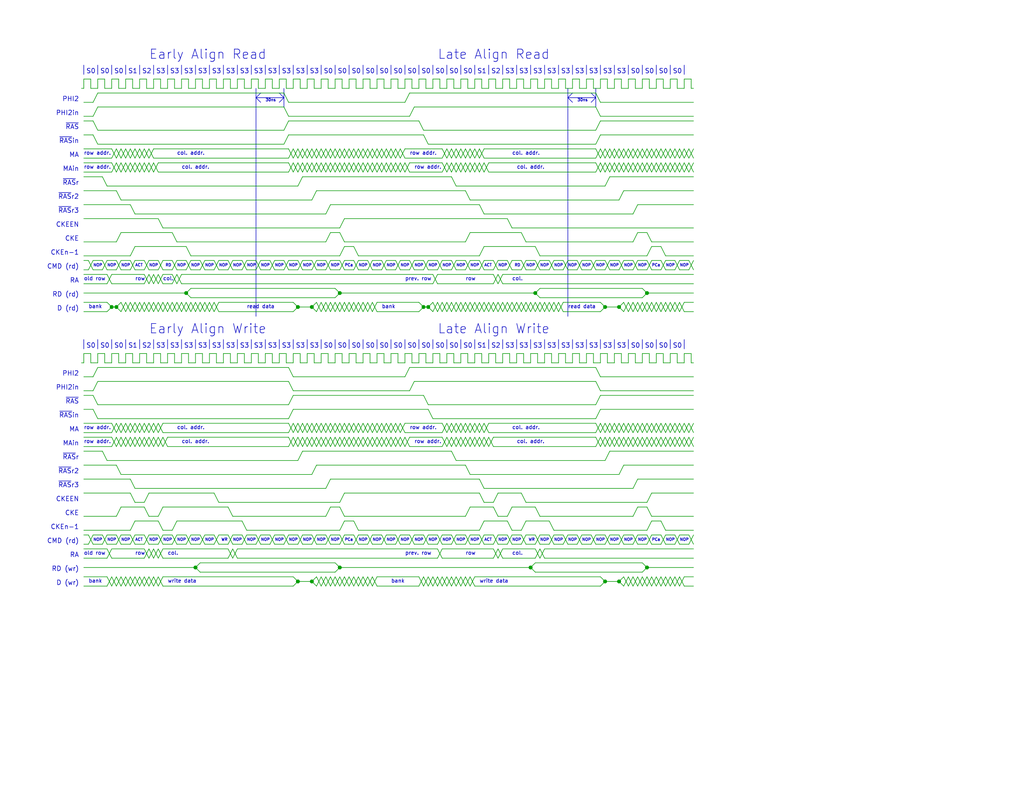
<source format=kicad_sch>
(kicad_sch (version 20230121) (generator eeschema)
  (paper "USLetter")
  (title_block (title "GW4201D (RAM2GS II) - LCMXO256 / LCMXO640") (date "2023-10-27") (rev "2.1") (company "Garrett's Workshop"))
  (junction (at 176.53 80.01))
  (junction (at 165.1 158.75))
  (junction (at 144.78 154.94))
  (junction (at 146.05 80.01))
  (junction (at 85.09 158.75))
  (junction (at 81.28 158.75))
  (junction (at 31.75 83.82))
  (junction (at 168.91 83.82))
  (junction (at 53.34 154.94))
  (junction (at 30.48 83.82))
  (junction (at 92.71 80.01))
  (junction (at 116.84 83.82))
  (junction (at 92.71 154.94))
  (junction (at 81.28 83.82))
  (junction (at 165.1 83.82))
  (junction (at 168.91 158.75))
  (junction (at 50.8 80.01))
  (junction (at 176.53 154.94))
  (junction (at 115.57 83.82))
  (junction (at 85.09 83.82))
  (wire (pts (xy 153.67 146.05) (xy 154.94 148.59)))
  (wire (pts (xy 91.44 156.21) (xy 92.71 154.94)))
  (wire (pts (xy 92.71 148.59) (xy 93.98 146.05)))
  (wire (pts (xy 31.75 52.07) (xy 33.02 54.61)))
  (wire (pts (xy 173.99 115.57) (xy 172.72 118.11)))
  (wire (pts (xy 85.09 115.57) (xy 83.82 118.11)))
  (wire (pts (xy 59.055 21.59) (xy 59.055 24.13)))
  (wire (pts (xy 49.53 99.06) (xy 49.53 96.52)))
  (wire (pts (xy 106.68 96.52) (xy 108.585 96.52)))
  (wire (pts (xy 40.64 119.38) (xy 39.37 121.92)))
  (wire (pts (xy 130.81 85.09) (xy 132.08 82.55)))
  (wire (pts (xy 31.75 157.48) (xy 33.02 160.02)))
  (wire (pts (xy 133.35 96.52) (xy 135.255 96.52)))
  (polyline (pts (xy 99.06 20.32) (xy 99.06 17.78)))
  (wire (pts (xy 92.71 115.57) (xy 91.44 118.11)))
  (wire (pts (xy 162.56 104.14) (xy 163.83 106.68)))
  (wire (pts (xy 110.49 24.13) (xy 108.585 24.13)))
  (wire (pts (xy 96.52 46.99) (xy 95.25 44.45)))
  (wire (pts (xy 88.9 148.59) (xy 90.17 146.05)))
  (wire (pts (xy 146.05 152.4) (xy 137.16 152.4)))
  (polyline (pts (xy 110.49 95.25) (xy 110.49 92.71)))
  (wire (pts (xy 22.86 48.26) (xy 27.94 48.26)))
  (wire (pts (xy 40.64 160.02) (xy 41.91 157.48)))
  (wire (pts (xy 27.94 148.59) (xy 29.21 146.05)))
  (polyline (pts (xy 99.06 95.25) (xy 99.06 92.71)))
  (wire (pts (xy 175.26 40.64) (xy 173.99 43.18)))
  (wire (pts (xy 146.05 80.01) (xy 147.32 78.74)))
  (wire (pts (xy 31.75 43.18) (xy 30.48 40.64)))
  (wire (pts (xy 115.57 148.59) (xy 116.84 146.05)))
  (wire (pts (xy 80.01 157.48) (xy 81.28 158.75)))
  (wire (pts (xy 176.53 82.55) (xy 177.8 85.09)))
  (wire (pts (xy 158.75 71.12) (xy 161.29 71.12)))
  (wire (pts (xy 129.54 43.18) (xy 128.27 40.64)))
  (wire (pts (xy 57.15 82.55) (xy 55.88 85.09)))
  (wire (pts (xy 152.4 85.09) (xy 151.13 82.55)))
  (wire (pts (xy 106.68 24.13) (xy 104.775 24.13)))
  (wire (pts (xy 107.95 73.66) (xy 109.22 71.12)))
  (wire (pts (xy 161.29 146.05) (xy 162.56 148.59)))
  (wire (pts (xy 130.81 146.05) (xy 132.08 148.59)))
  (wire (pts (xy 170.18 85.09) (xy 171.45 82.55)))
  (wire (pts (xy 182.88 40.64) (xy 181.61 43.18)))
  (wire (pts (xy 81.28 83.82) (xy 85.09 83.82)))
  (wire (pts (xy 163.83 99.06) (xy 163.83 96.52)))
  (wire (pts (xy 41.91 77.47) (xy 43.18 74.93)))
  (wire (pts (xy 182.88 82.55) (xy 184.15 85.09)))
  (wire (pts (xy 70.485 96.52) (xy 70.485 99.06)))
  (wire (pts (xy 175.26 156.21) (xy 176.53 154.94)))
  (wire (pts (xy 160.02 24.13) (xy 158.115 24.13)))
  (wire (pts (xy 181.61 82.55) (xy 182.88 85.09)))
  (wire (pts (xy 168.91 148.59) (xy 170.18 146.05)))
  (wire (pts (xy 43.815 21.59) (xy 43.815 24.13)))
  (wire (pts (xy 179.07 118.11) (xy 177.8 115.57)))
  (wire (pts (xy 40.64 74.93) (xy 41.91 77.47)))
  (wire (pts (xy 36.83 142.24) (xy 43.18 142.24)))
  (wire (pts (xy 90.17 63.5) (xy 92.71 63.5)))
  (wire (pts (xy 106.68 99.06) (xy 104.775 99.06)))
  (wire (pts (xy 176.53 115.57) (xy 175.26 118.11)))
  (wire (pts (xy 95.25 157.48) (xy 96.52 160.02)))
  (wire (pts (xy 111.76 46.99) (xy 120.65 46.99)))
  (wire (pts (xy 33.02 40.64) (xy 31.75 43.18)))
  (wire (pts (xy 128.27 40.64) (xy 127 43.18)))
  (wire (pts (xy 96.52 146.05) (xy 97.79 148.59)))
  (wire (pts (xy 172.72 119.38) (xy 171.45 121.92)))
  (wire (pts (xy 144.78 96.52) (xy 146.685 96.52)))
  (wire (pts (xy 189.23 115.57) (xy 187.96 118.11)))
  (wire (pts (xy 96.52 71.12) (xy 97.79 73.66)))
  (polyline (pts (xy 162.56 24.13) (xy 162.56 29.21)))
  (wire (pts (xy 135.89 85.09) (xy 137.16 82.55)))
  (wire (pts (xy 171.45 46.99) (xy 170.18 44.45)))
  (wire (pts (xy 88.9 121.92) (xy 87.63 119.38)))
  (wire (pts (xy 22.86 59.69) (xy 43.18 59.69)))
  (wire (pts (xy 87.63 119.38) (xy 86.36 121.92)))
  (wire (pts (xy 69.85 73.66) (xy 71.12 71.12)))
  (wire (pts (xy 127 160.02) (xy 128.27 157.48)))
  (polyline (pts (xy 45.72 20.32) (xy 45.72 17.78)))
  (wire (pts (xy 114.3 85.09) (xy 102.87 85.09)))
  (wire (pts (xy 166.37 40.64) (xy 165.1 43.18)))
  (wire (pts (xy 109.22 73.66) (xy 111.76 73.66)))
  (wire (pts (xy 55.245 96.52) (xy 55.245 99.06)))
  (wire (pts (xy 106.68 43.18) (xy 105.41 40.64)))
  (wire (pts (xy 109.22 40.64) (xy 107.95 43.18)))
  (wire (pts (xy 91.44 24.13) (xy 91.44 21.59)))
  (wire (pts (xy 162.56 25.4) (xy 163.83 27.94)))
  (wire (pts (xy 107.95 118.11) (xy 106.68 115.57)))
  (wire (pts (xy 90.17 55.88) (xy 130.81 55.88)))
  (wire (pts (xy 123.825 21.59) (xy 123.825 24.13)))
  (wire (pts (xy 119.38 85.09) (xy 120.65 82.55)))
  (wire (pts (xy 30.48 77.47) (xy 39.37 77.47)))
  (wire (pts (xy 96.52 119.38) (xy 95.25 121.92)))
  (wire (pts (xy 99.06 24.13) (xy 97.155 24.13)))
  (wire (pts (xy 90.17 138.43) (xy 92.71 138.43)))
  (wire (pts (xy 66.675 21.59) (xy 66.675 24.13)))
  (wire (pts (xy 127 118.11) (xy 125.73 115.57)))
  (wire (pts (xy 124.46 146.05) (xy 127 146.05)))
  (wire (pts (xy 39.37 115.57) (xy 38.1 118.11)))
  (polyline (pts (xy 114.3 95.25) (xy 114.3 92.71)))
  (wire (pts (xy 80.01 118.11) (xy 78.74 115.57)))
  (wire (pts (xy 101.6 82.55) (xy 102.87 85.09)))
  (wire (pts (xy 176.53 85.09) (xy 177.8 82.55)))
  (wire (pts (xy 151.13 146.05) (xy 153.67 146.05)))
  (wire (pts (xy 77.47 25.4) (xy 78.74 27.94)))
  (wire (pts (xy 97.79 157.48) (xy 99.06 160.02)))
  (wire (pts (xy 171.45 96.52) (xy 173.355 96.52)))
  (polyline (pts (xy 121.92 95.25) (xy 121.92 92.71)))
  (wire (pts (xy 105.41 148.59) (xy 107.95 148.59)))
  (wire (pts (xy 165.1 50.8) (xy 166.37 48.26)))
  (wire (pts (xy 22.86 154.94) (xy 53.34 154.94)))
  (wire (pts (xy 102.87 82.55) (xy 114.3 82.55)))
  (polyline (pts (xy 57.15 20.32) (xy 57.15 17.78)))
  (wire (pts (xy 41.91 115.57) (xy 40.64 118.11)))
  (wire (pts (xy 167.64 24.13) (xy 167.64 21.59)))
  (wire (pts (xy 180.34 71.12) (xy 181.61 73.66)))
  (wire (pts (xy 63.5 140.97) (xy 88.9 140.97)))
  (wire (pts (xy 165.1 71.12) (xy 166.37 73.66)))
  (wire (pts (xy 111.76 146.05) (xy 113.03 148.59)))
  (wire (pts (xy 25.4 102.87) (xy 26.67 100.33)))
  (polyline (pts (xy 76.2 95.25) (xy 76.2 92.71)))
  (wire (pts (xy 142.875 21.59) (xy 142.875 24.13)))
  (wire (pts (xy 142.24 85.09) (xy 140.97 82.55)))
  (wire (pts (xy 129.54 24.13) (xy 127.635 24.13)))
  (wire (pts (xy 177.8 82.55) (xy 179.07 85.09)))
  (wire (pts (xy 106.68 24.13) (xy 106.68 21.59)))
  (wire (pts (xy 139.7 144.78) (xy 142.24 144.78)))
  (wire (pts (xy 139.7 71.12) (xy 142.24 71.12)))
  (wire (pts (xy 24.765 24.13) (xy 24.765 21.59)))
  (wire (pts (xy 133.35 118.11) (xy 132.08 115.57)))
  (wire (pts (xy 85.09 43.18) (xy 83.82 40.64)))
  (wire (pts (xy 130.81 40.64) (xy 129.54 43.18)))
  (wire (pts (xy 121.92 115.57) (xy 120.65 118.11)))
  (wire (pts (xy 36.83 82.55) (xy 38.1 85.09)))
  (wire (pts (xy 38.1 96.52) (xy 40.005 96.52)))
  (wire (pts (xy 125.73 21.59) (xy 127.635 21.59)))
  (wire (pts (xy 43.18 119.38) (xy 41.91 121.92)))
  (wire (pts (xy 92.71 71.12) (xy 93.98 73.66)))
  (wire (pts (xy 86.36 119.38) (xy 85.09 121.92)))
  (wire (pts (xy 127 52.07) (xy 128.27 54.61)))
  (wire (pts (xy 39.37 44.45) (xy 38.1 46.99)))
  (wire (pts (xy 165.1 125.73) (xy 166.37 123.19)))
  (wire (pts (xy 121.92 24.13) (xy 121.92 21.59)))
  (wire (pts (xy 133.35 82.55) (xy 134.62 85.09)))
  (wire (pts (xy 80.01 82.55) (xy 81.28 83.82)))
  (wire (pts (xy 109.22 118.11) (xy 107.95 115.57)))
  (wire (pts (xy 121.92 99.06) (xy 121.92 96.52)))
  (wire (pts (xy 168.91 158.75) (xy 170.18 160.02)))
  (wire (pts (xy 110.49 118.11) (xy 120.65 118.11)))
  (polyline (pts (xy 114.3 20.32) (xy 114.3 17.78)))
  (wire (pts (xy 111.76 100.33) (xy 162.56 100.33)))
  (wire (pts (xy 34.29 24.13) (xy 34.29 21.59)))
  (wire (pts (xy 86.36 148.59) (xy 88.9 148.59)))
  (wire (pts (xy 80.01 44.45) (xy 78.74 46.99)))
  (wire (pts (xy 189.23 40.64) (xy 187.96 43.18)))
  (wire (pts (xy 154.94 146.05) (xy 157.48 146.05)))
  (wire (pts (xy 133.35 119.38) (xy 132.08 121.92)))
  (wire (pts (xy 184.15 118.11) (xy 182.88 115.57)))
  (wire (pts (xy 109.22 71.12) (xy 111.76 71.12)))
  (wire (pts (xy 30.48 96.52) (xy 32.385 96.52)))
  (wire (pts (xy 177.8 121.92) (xy 176.53 119.38)))
  (wire (pts (xy 134.62 138.43) (xy 128.27 138.43)))
  (wire (pts (xy 33.02 121.92) (xy 31.75 119.38)))
  (wire (pts (xy 127 46.99) (xy 125.73 44.45)))
  (polyline (pts (xy 182.88 95.25) (xy 182.88 92.71)))
  (polyline (pts (xy 87.63 95.25) (xy 87.63 92.71)))
  (wire (pts (xy 90.17 146.05) (xy 92.71 146.05)))
  (wire (pts (xy 179.07 82.55) (xy 180.34 85.09)))
  (wire (pts (xy 82.55 46.99) (xy 81.28 44.45)))
  (wire (pts (xy 83.82 44.45) (xy 82.55 46.99)))
  (wire (pts (xy 81.28 118.11) (xy 80.01 115.57)))
  (wire (pts (xy 27.94 71.12) (xy 29.21 73.66)))
  (wire (pts (xy 157.48 148.59) (xy 158.75 146.05)))
  (wire (pts (xy 77.47 73.66) (xy 78.74 71.12)))
  (wire (pts (xy 110.49 44.45) (xy 109.22 46.99)))
  (wire (pts (xy 22.86 130.81) (xy 35.56 130.81)))
  (wire (pts (xy 123.19 40.64) (xy 121.92 43.18)))
  (wire (pts (xy 162.56 73.66) (xy 165.1 73.66)))
  (wire (pts (xy 135.89 74.93) (xy 137.16 77.47)))
  (wire (pts (xy 128.27 46.99) (xy 127 44.45)))
  (wire (pts (xy 124.46 118.11) (xy 123.19 115.57)))
  (wire (pts (xy 163.83 115.57) (xy 162.56 118.11)))
  (wire (pts (xy 41.91 96.52) (xy 43.815 96.52)))
  (wire (pts (xy 58.42 73.66) (xy 59.69 71.12)))
  (wire (pts (xy 71.12 146.05) (xy 73.66 146.05)))
  (wire (pts (xy 176.53 121.92) (xy 175.26 119.38)))
  (wire (pts (xy 85.09 54.61) (xy 86.36 52.07)))
  (wire (pts (xy 83.82 99.06) (xy 83.82 96.52)))
  (polyline (pts (xy 22.86 20.32) (xy 22.86 17.78)))
  (wire (pts (xy 116.84 111.76) (xy 118.11 114.3)))
  (wire (pts (xy 146.05 138.43) (xy 147.32 140.97)))
  (wire (pts (xy 125.73 119.38) (xy 124.46 121.92)))
  (wire (pts (xy 74.93 73.66) (xy 77.47 73.66)))
  (wire (pts (xy 182.88 121.92) (xy 181.61 119.38)))
  (wire (pts (xy 95.25 99.06) (xy 93.345 99.06)))
  (wire (pts (xy 104.14 118.11) (xy 102.87 115.57)))
  (wire (pts (xy 177.8 43.18) (xy 176.53 40.64)))
  (wire (pts (xy 34.29 96.52) (xy 36.195 96.52)))
  (wire (pts (xy 181.61 44.45) (xy 180.34 46.99)))
  (wire (pts (xy 105.41 146.05) (xy 107.95 146.05)))
  (wire (pts (xy 175.26 96.52) (xy 177.165 96.52)))
  (wire (pts (xy 24.13 148.59) (xy 25.4 146.05)))
  (wire (pts (xy 129.54 160.02) (xy 163.83 160.02)))
  (polyline (pts (xy 175.26 95.25) (xy 175.26 92.71)))
  (wire (pts (xy 82.55 44.45) (xy 81.28 46.99)))
  (wire (pts (xy 113.03 104.14) (xy 162.56 104.14)))
  (wire (pts (xy 171.45 85.09) (xy 172.72 82.55)))
  (wire (pts (xy 92.71 119.38) (xy 91.44 121.92)))
  (wire (pts (xy 114.3 21.59) (xy 116.205 21.59)))
  (wire (pts (xy 187.96 40.64) (xy 186.69 43.18)))
  (wire (pts (xy 172.72 46.99) (xy 171.45 44.45)))
  (wire (pts (xy 43.18 157.48) (xy 44.45 160.02)))
  (wire (pts (xy 55.88 148.59) (xy 58.42 148.59)))
  (wire (pts (xy 82.55 148.59) (xy 85.09 148.59)))
  (wire (pts (xy 163.83 40.64) (xy 162.56 43.18)))
  (wire (pts (xy 132.08 43.18) (xy 130.81 40.64)))
  (wire (pts (xy 125.73 43.18) (xy 124.46 40.64)))
  (wire (pts (xy 83.82 115.57) (xy 82.55 118.11)))
  (wire (pts (xy 182.88 160.02) (xy 184.15 157.48)))
  (wire (pts (xy 88.9 58.42) (xy 90.17 55.88)))
  (wire (pts (xy 168.91 40.64) (xy 167.64 43.18)))
  (wire (pts (xy 119.38 152.4) (xy 120.65 149.86)))
  (wire (pts (xy 110.49 115.57) (xy 120.65 115.57)))
  (wire (pts (xy 80.01 119.38) (xy 78.74 121.92)))
  (wire (pts (xy 189.23 118.11) (xy 187.96 115.57)))
  (wire (pts (xy 72.39 24.13) (xy 72.39 21.59)))
  (wire (pts (xy 179.07 99.06) (xy 179.07 96.52)))
  (wire (pts (xy 33.02 138.43) (xy 39.37 138.43)))
  (wire (pts (xy 44.45 118.11) (xy 78.74 118.11)))
  (wire (pts (xy 64.77 99.06) (xy 64.77 96.52)))
  (wire (pts (xy 128.27 63.5) (xy 142.24 63.5)))
  (wire (pts (xy 46.99 63.5) (xy 48.26 66.04)))
  (wire (pts (xy 47.625 96.52) (xy 47.625 99.06)))
  (wire (pts (xy 44.45 85.09) (xy 45.72 82.55)))
  (wire (pts (xy 137.16 24.13) (xy 135.255 24.13)))
  (wire (pts (xy 121.92 160.02) (xy 123.19 157.48)))
  (wire (pts (xy 144.78 85.09) (xy 146.05 82.55)))
  (wire (pts (xy 132.08 115.57) (xy 130.81 118.11)))
  (wire (pts (xy 38.1 46.99) (xy 36.83 44.45)))
  (wire (pts (xy 168.91 71.12) (xy 170.18 73.66)))
  (wire (pts (xy 182.88 119.38) (xy 181.61 121.92)))
  (wire (pts (xy 46.99 144.78) (xy 48.26 142.24)))
  (wire (pts (xy 163.83 82.55) (xy 165.1 83.82)))
  (wire (pts (xy 35.56 69.85) (xy 36.83 67.31)))
  (wire (pts (xy 128.27 85.09) (xy 129.54 82.55)))
  (wire (pts (xy 154.94 148.59) (xy 157.48 148.59)))
  (wire (pts (xy 22.86 127) (xy 31.75 127)))
  (wire (pts (xy 139.7 82.55) (xy 140.97 85.09)))
  (wire (pts (xy 171.45 118.11) (xy 170.18 115.57)))
  (wire (pts (xy 189.23 24.13) (xy 188.595 24.13)))
  (wire (pts (xy 30.48 152.4) (xy 39.37 152.4)))
  (wire (pts (xy 64.77 99.06) (xy 62.865 99.06)))
  (wire (pts (xy 90.17 130.81) (xy 130.81 130.81)))
  (wire (pts (xy 53.34 99.06) (xy 51.435 99.06)))
  (wire (pts (xy 80.01 85.09) (xy 81.28 83.82)))
  (polyline (pts (xy 53.34 20.32) (xy 53.34 17.78)))
  (wire (pts (xy 86.36 118.11) (xy 85.09 115.57)))
  (wire (pts (xy 100.33 40.64) (xy 99.06 43.18)))
  (wire (pts (xy 59.69 85.09) (xy 58.42 82.55)))
  (wire (pts (xy 41.91 85.09) (xy 43.18 82.55)))
  (wire (pts (xy 143.51 148.59) (xy 146.05 148.59)))
  (wire (pts (xy 115.57 73.66) (xy 116.84 71.12)))
  (wire (pts (xy 171.45 121.92) (xy 170.18 119.38)))
  (wire (pts (xy 154.305 21.59) (xy 154.305 24.13)))
  (wire (pts (xy 134.62 121.92) (xy 133.35 119.38)))
  (wire (pts (xy 67.31 144.78) (xy 66.04 142.24)))
  (wire (pts (xy 170.18 46.99) (xy 168.91 44.45)))
  (wire (pts (xy 24.13 146.05) (xy 25.4 148.59)))
  (wire (pts (xy 172.72 43.18) (xy 171.45 40.64)))
  (wire (pts (xy 172.72 121.92) (xy 171.45 119.38)))
  (wire (pts (xy 165.1 83.82) (xy 168.91 83.82)))
  (wire (pts (xy 123.19 148.59) (xy 124.46 146.05)))
  (wire (pts (xy 186.69 44.45) (xy 185.42 46.99)))
  (wire (pts (xy 127 148.59) (xy 128.27 146.05)))
  (wire (pts (xy 176.53 157.48) (xy 177.8 160.02)))
  (wire (pts (xy 69.85 146.05) (xy 71.12 148.59)))
  (wire (pts (xy 163.83 157.48) (xy 165.1 158.75)))
  (wire (pts (xy 172.72 82.55) (xy 173.99 85.09)))
  (wire (pts (xy 36.83 73.66) (xy 39.37 73.66)))
  (wire (pts (xy 109.22 148.59) (xy 111.76 148.59)))
  (wire (pts (xy 140.97 99.06) (xy 140.97 96.52)))
  (wire (pts (xy 162.56 29.21) (xy 163.83 31.75)))
  (wire (pts (xy 127 127) (xy 128.27 129.54)))
  (wire (pts (xy 34.29 46.99) (xy 33.02 44.45)))
  (wire (pts (xy 118.11 24.13) (xy 118.11 21.59)))
  (wire (pts (xy 172.72 44.45) (xy 171.45 46.99)))
  (wire (pts (xy 64.77 24.13) (xy 64.77 21.59)))
  (wire (pts (xy 86.36 85.09) (xy 85.09 83.82)))
  (wire (pts (xy 170.18 160.02) (xy 171.45 157.48)))
  (polyline (pts (xy 34.29 95.25) (xy 34.29 92.71)))
  (polyline (pts (xy 154.94 24.13) (xy 154.94 86.36)))
  (wire (pts (xy 149.86 71.12) (xy 151.13 73.66)))
  (wire (pts (xy 86.36 71.12) (xy 88.9 71.12)))
  (wire (pts (xy 50.8 73.66) (xy 52.07 71.12)))
  (wire (pts (xy 180.34 67.31) (xy 181.61 69.85)))
  (wire (pts (xy 27.94 73.66) (xy 29.21 71.12)))
  (wire (pts (xy 41.91 157.48) (xy 43.18 160.02)))
  (wire (pts (xy 91.44 121.92) (xy 90.17 119.38)))
  (wire (pts (xy 144.78 85.09) (xy 143.51 82.55)))
  (wire (pts (xy 168.91 115.57) (xy 167.64 118.11)))
  (wire (pts (xy 81.28 158.75) (xy 85.09 158.75)))
  (wire (pts (xy 175.26 157.48) (xy 176.53 160.02)))
  (wire (pts (xy 114.3 96.52) (xy 116.205 96.52)))
  (wire (pts (xy 36.83 44.45) (xy 35.56 46.99)))
  (wire (pts (xy 172.72 115.57) (xy 171.45 118.11)))
  (wire (pts (xy 149.86 148.59) (xy 151.13 146.05)))
  (wire (pts (xy 31.75 140.97) (xy 33.02 138.43)))
  (wire (pts (xy 110.49 118.11) (xy 109.22 115.57)))
  (wire (pts (xy 22.86 115.57) (xy 30.48 115.57)))
  (wire (pts (xy 182.88 24.13) (xy 182.88 21.59)))
  (wire (pts (xy 45.72 99.06) (xy 43.815 99.06)))
  (wire (pts (xy 148.59 85.09) (xy 147.32 82.55)))
  (wire (pts (xy 102.87 46.99) (xy 101.6 44.45)))
  (wire (pts (xy 68.58 99.06) (xy 68.58 96.52)))
  (wire (pts (xy 88.9 133.35) (xy 90.17 130.81)))
  (wire (pts (xy 184.15 85.09) (xy 185.42 82.55)))
  (wire (pts (xy 154.94 71.12) (xy 157.48 71.12)))
  (wire (pts (xy 30.48 74.93) (xy 39.37 74.93)))
  (wire (pts (xy 121.92 96.52) (xy 123.825 96.52)))
  (wire (pts (xy 33.02 119.38) (xy 31.75 121.92)))
  (wire (pts (xy 81.28 73.66) (xy 82.55 71.12)))
  (wire (pts (xy 147.32 69.85) (xy 176.53 69.85)))
  (wire (pts (xy 102.87 40.64) (xy 101.6 43.18)))
  (wire (pts (xy 166.37 123.19) (xy 189.23 123.19)))
  (wire (pts (xy 43.18 152.4) (xy 44.45 149.86)))
  (wire (pts (xy 52.07 71.12) (xy 54.61 71.12)))
  (wire (pts (xy 143.51 146.05) (xy 146.05 146.05)))
  (wire (pts (xy 148.59 96.52) (xy 150.495 96.52)))
  (wire (pts (xy 129.54 118.11) (xy 128.27 115.57)))
  (wire (pts (xy 78.74 148.59) (xy 81.28 148.59)))
  (wire (pts (xy 78.105 96.52) (xy 78.105 99.06)))
  (polyline (pts (xy 38.1 95.25) (xy 38.1 92.71)))
  (wire (pts (xy 165.1 46.99) (xy 163.83 44.45)))
  (wire (pts (xy 55.88 71.12) (xy 58.42 71.12)))
  (wire (pts (xy 30.48 99.06) (xy 30.48 96.52)))
  (wire (pts (xy 95.25 85.09) (xy 96.52 82.55)))
  (wire (pts (xy 22.86 69.85) (xy 35.56 69.85)))
  (wire (pts (xy 144.78 24.13) (xy 144.78 21.59)))
  (wire (pts (xy 33.02 82.55) (xy 34.29 85.09)))
  (wire (pts (xy 91.44 118.11) (xy 90.17 115.57)))
  (wire (pts (xy 38.1 21.59) (xy 40.005 21.59)))
  (wire (pts (xy 187.96 121.92) (xy 186.69 119.38)))
  (wire (pts (xy 180.34 157.48) (xy 181.61 160.02)))
  (wire (pts (xy 185.42 157.48) (xy 186.69 160.02)))
  (wire (pts (xy 78.74 104.14) (xy 80.01 106.68)))
  (polyline (pts (xy 95.25 20.32) (xy 95.25 17.78)))
  (wire (pts (xy 139.065 96.52) (xy 139.065 99.06)))
  (wire (pts (xy 163.83 121.92) (xy 162.56 119.38)))
  (wire (pts (xy 166.37 119.38) (xy 165.1 121.92)))
  (wire (pts (xy 82.55 48.26) (xy 123.19 48.26)))
  (wire (pts (xy 90.17 82.55) (xy 91.44 85.09)))
  (wire (pts (xy 170.18 43.18) (xy 168.91 40.64)))
  (wire (pts (xy 154.94 73.66) (xy 157.48 73.66)))
  (wire (pts (xy 41.91 46.99) (xy 40.64 44.45)))
  (wire (pts (xy 172.72 133.35) (xy 173.99 130.81)))
  (wire (pts (xy 82.55 118.11) (xy 81.28 115.57)))
  (wire (pts (xy 173.99 55.88) (xy 189.23 55.88)))
  (wire (pts (xy 58.42 82.55) (xy 57.15 85.09)))
  (wire (pts (xy 132.08 44.45) (xy 130.81 46.99)))
  (polyline (pts (xy 179.07 20.32) (xy 179.07 17.78)))
  (wire (pts (xy 26.67 99.06) (xy 26.67 96.52)))
  (wire (pts (xy 40.64 118.11) (xy 39.37 115.57)))
  (wire (pts (xy 45.72 121.92) (xy 44.45 119.38)))
  (wire (pts (xy 31.75 83.82) (xy 33.02 85.09)))
  (wire (pts (xy 80.01 99.06) (xy 80.01 96.52)))
  (wire (pts (xy 163.83 44.45) (xy 162.56 46.99)))
  (wire (pts (xy 63.5 73.66) (xy 66.04 73.66)))
  (wire (pts (xy 123.19 115.57) (xy 121.92 118.11)))
  (wire (pts (xy 129.54 115.57) (xy 128.27 118.11)))
  (wire (pts (xy 185.42 82.55) (xy 186.69 85.09)))
  (wire (pts (xy 88.9 119.38) (xy 87.63 121.92)))
  (wire (pts (xy 153.67 85.09) (xy 163.83 85.09)))
  (wire (pts (xy 135.255 96.52) (xy 135.255 99.06)))
  (wire (pts (xy 82.55 123.19) (xy 123.19 123.19)))
  (wire (pts (xy 41.91 99.06) (xy 40.005 99.06)))
  (wire (pts (xy 123.19 123.19) (xy 124.46 125.73)))
  (wire (pts (xy 90.17 44.45) (xy 88.9 46.99)))
  (wire (pts (xy 38.1 44.45) (xy 36.83 46.99)))
  (wire (pts (xy 67.31 71.12) (xy 69.85 71.12)))
  (wire (pts (xy 133.35 121.92) (xy 132.08 119.38)))
  (wire (pts (xy 87.63 115.57) (xy 86.36 118.11)))
  (wire (pts (xy 152.4 24.13) (xy 150.495 24.13)))
  (wire (pts (xy 89.535 96.52) (xy 89.535 99.06)))
  (wire (pts (xy 45.72 85.09) (xy 46.99 82.55)))
  (wire (pts (xy 86.36 146.05) (xy 88.9 146.05)))
  (wire (pts (xy 104.14 119.38) (xy 102.87 121.92)))
  (polyline (pts (xy 167.64 20.32) (xy 167.64 17.78)))
  (wire (pts (xy 35.56 118.11) (xy 34.29 115.57)))
  (wire (pts (xy 185.42 115.57) (xy 184.15 118.11)))
  (wire (pts (xy 168.91 119.38) (xy 167.64 121.92)))
  (wire (pts (xy 54.61 71.12) (xy 55.88 73.66)))
  (wire (pts (xy 184.15 44.45) (xy 182.88 46.99)))
  (wire (pts (xy 60.96 21.59) (xy 62.865 21.59)))
  (wire (pts (xy 78.74 110.49) (xy 80.01 107.95)))
  (wire (pts (xy 44.45 77.47) (xy 46.99 77.47)))
  (wire (pts (xy 34.29 85.09) (xy 35.56 82.55)))
  (wire (pts (xy 115.57 71.12) (xy 116.84 73.66)))
  (wire (pts (xy 124.46 44.45) (xy 123.19 46.99)))
  (wire (pts (xy 50.8 146.05) (xy 52.07 148.59)))
  (wire (pts (xy 76.2 99.06) (xy 76.2 96.52)))
  (wire (pts (xy 128.27 160.02) (xy 129.54 157.48)))
  (wire (pts (xy 173.99 121.92) (xy 172.72 119.38)))
  (wire (pts (xy 36.83 118.11) (xy 35.56 115.57)))
  (wire (pts (xy 43.18 142.24) (xy 44.45 144.78)))
  (wire (pts (xy 130.81 115.57) (xy 129.54 118.11)))
  (wire (pts (xy 129.54 85.09) (xy 130.81 82.55)))
  (wire (pts (xy 22.86 119.38) (xy 30.48 119.38)))
  (wire (pts (xy 67.31 73.66) (xy 69.85 73.66)))
  (wire (pts (xy 97.79 73.66) (xy 100.33 73.66)))
  (wire (pts (xy 162.56 100.33) (xy 163.83 102.87)))
  (wire (pts (xy 87.63 157.48) (xy 88.9 160.02)))
  (wire (pts (xy 116.84 71.12) (xy 119.38 71.12)))
  (wire (pts (xy 124.46 82.55) (xy 125.73 85.09)))
  (wire (pts (xy 36.83 157.48) (xy 38.1 160.02)))
  (wire (pts (xy 97.155 96.52) (xy 97.155 99.06)))
  (wire (pts (xy 97.79 69.85) (xy 130.81 69.85)))
  (wire (pts (xy 182.88 21.59) (xy 184.785 21.59)))
  (wire (pts (xy 172.72 146.05) (xy 173.99 148.59)))
  (wire (pts (xy 36.83 71.12) (xy 39.37 71.12)))
  (wire (pts (xy 93.98 157.48) (xy 95.25 160.02)))
  (wire (pts (xy 181.61 157.48) (xy 182.88 160.02)))
  (wire (pts (xy 57.15 24.13) (xy 55.245 24.13)))
  (wire (pts (xy 146.05 71.12) (xy 147.32 73.66)))
  (wire (pts (xy 173.99 44.45) (xy 172.72 46.99)))
  (wire (pts (xy 63.5 71.12) (xy 66.04 71.12)))
  (wire (pts (xy 176.53 154.94) (xy 189.23 154.94)))
  (wire (pts (xy 24.13 146.05) (xy 22.86 146.05)))
  (wire (pts (xy 87.63 24.13) (xy 85.725 24.13)))
  (wire (pts (xy 123.19 46.99) (xy 121.92 44.45)))
  (wire (pts (xy 111.76 46.99) (xy 110.49 44.45)))
  (wire (pts (xy 87.63 96.52) (xy 89.535 96.52)))
  (wire (pts (xy 76.2 99.06) (xy 74.295 99.06)))
  (wire (pts (xy 189.23 44.45) (xy 187.96 46.99)))
  (wire (pts (xy 119.38 146.05) (xy 120.65 148.59)))
  (wire (pts (xy 77.47 146.05) (xy 78.74 148.59)))
  (wire (pts (xy 40.64 82.55) (xy 41.91 85.09)))
  (wire (pts (xy 165.1 148.59) (xy 166.37 146.05)))
  (wire (pts (xy 85.09 46.99) (xy 83.82 44.45)))
  (wire (pts (xy 41.91 24.13) (xy 40.005 24.13)))
  (wire (pts (xy 134.62 77.47) (xy 135.89 74.93)))
  (wire (pts (xy 26.67 104.14) (xy 78.74 104.14)))
  (wire (pts (xy 166.37 146.05) (xy 168.91 146.05)))
  (wire (pts (xy 172.72 58.42) (xy 173.99 55.88)))
  (wire (pts (xy 120.015 21.59) (xy 120.015 24.13)))
  (wire (pts (xy 134.62 152.4) (xy 135.89 149.86)))
  (wire (pts (xy 44.45 71.12) (xy 46.99 71.12)))
  (wire (pts (xy 87.63 21.59) (xy 89.535 21.59)))
  (wire (pts (xy 60.96 24.13) (xy 59.055 24.13)))
  (wire (pts (xy 97.79 144.78) (xy 130.81 144.78)))
  (wire (pts (xy 163.83 160.02) (xy 165.1 158.75)))
  (wire (pts (xy 177.8 46.99) (xy 176.53 44.45)))
  (wire (pts (xy 44.45 115.57) (xy 43.18 118.11)))
  (wire (pts (xy 101.6 115.57) (xy 100.33 118.11)))
  (wire (pts (xy 22.86 85.09) (xy 29.21 85.09)))
  (wire (pts (xy 22.86 102.87) (xy 25.4 102.87)))
  (wire (pts (xy 153.67 85.09) (xy 152.4 82.55)))
  (wire (pts (xy 107.95 44.45) (xy 106.68 46.99)))
  (wire (pts (xy 175.26 118.11) (xy 173.99 115.57)))
  (wire (pts (xy 187.96 44.45) (xy 186.69 46.99)))
  (wire (pts (xy 31.75 44.45) (xy 30.48 46.99)))
  (wire (pts (xy 179.07 157.48) (xy 180.34 160.02)))
  (wire (pts (xy 38.1 85.09) (xy 39.37 82.55)))
  (wire (pts (xy 166.37 44.45) (xy 165.1 46.99)))
  (polyline (pts (xy 186.69 95.25) (xy 186.69 92.71)))
  (wire (pts (xy 150.495 96.52) (xy 150.495 99.06)))
  (wire (pts (xy 161.29 73.66) (xy 162.56 71.12)))
  (wire (pts (xy 92.71 44.45) (xy 91.44 46.99)))
  (wire (pts (xy 123.19 121.92) (xy 121.92 119.38)))
  (wire (pts (xy 132.08 46.99) (xy 130.81 44.45)))
  (wire (pts (xy 87.63 24.13) (xy 87.63 21.59)))
  (wire (pts (xy 91.44 157.48) (xy 92.71 160.02)))
  (wire (pts (xy 123.19 73.66) (xy 124.46 71.12)))
  (polyline (pts (xy 53.34 95.25) (xy 53.34 92.71)))
  (wire (pts (xy 39.37 77.47) (xy 40.64 74.93)))
  (wire (pts (xy 133.35 118.11) (xy 162.56 118.11)))
  (wire (pts (xy 182.88 44.45) (xy 181.61 46.99)))
  (wire (pts (xy 176.53 69.85) (xy 177.8 67.31)))
  (wire (pts (xy 161.925 96.52) (xy 161.925 99.06)))
  (wire (pts (xy 26.67 25.4) (xy 77.47 25.4)))
  (wire (pts (xy 123.19 44.45) (xy 121.92 46.99)))
  (wire (pts (xy 134.62 74.93) (xy 135.89 77.47)))
  (wire (pts (xy 26.67 114.3) (xy 78.74 114.3)))
  (wire (pts (xy 41.91 43.18) (xy 40.64 40.64)))
  (polyline (pts (xy 68.58 20.32) (xy 68.58 17.78)))
  (wire (pts (xy 129.54 99.06) (xy 127.635 99.06)))
  (wire (pts (xy 53.34 85.09) (xy 54.61 82.55)))
  (wire (pts (xy 68.58 24.13) (xy 68.58 21.59)))
  (wire (pts (xy 181.61 144.78) (xy 189.23 144.78)))
  (wire (pts (xy 99.06 43.18) (xy 97.79 40.64)))
  (wire (pts (xy 133.35 115.57) (xy 162.56 115.57)))
  (wire (pts (xy 132.08 58.42) (xy 172.72 58.42)))
  (wire (pts (xy 187.96 46.99) (xy 186.69 44.45)))
  (wire (pts (xy 92.71 46.99) (xy 91.44 44.45)))
  (wire (pts (xy 82.55 121.92) (xy 81.28 119.38)))
  (wire (pts (xy 128.27 44.45) (xy 127 46.99)))
  (wire (pts (xy 105.41 44.45) (xy 104.14 46.99)))
  (wire (pts (xy 66.675 96.52) (xy 66.675 99.06)))
  (wire (pts (xy 29.21 149.86) (xy 30.48 152.4)))
  (wire (pts (xy 108.585 21.59) (xy 108.585 24.13)))
  (wire (pts (xy 52.07 78.74) (xy 91.44 78.74)))
  (wire (pts (xy 166.37 73.66) (xy 168.91 73.66)))
  (wire (pts (xy 87.63 82.55) (xy 88.9 85.09)))
  (wire (pts (xy 171.45 99.06) (xy 171.45 96.52)))
  (wire (pts (xy 116.205 96.52) (xy 116.205 99.06)))
  (wire (pts (xy 137.16 24.13) (xy 137.16 21.59)))
  (wire (pts (xy 80.01 24.13) (xy 80.01 21.59)))
  (wire (pts (xy 91.44 153.67) (xy 92.71 154.94)))
  (wire (pts (xy 149.86 73.66) (xy 151.13 71.12)))
  (wire (pts (xy 48.26 73.66) (xy 50.8 73.66)))
  (wire (pts (xy 22.86 140.97) (xy 31.75 140.97)))
  (wire (pts (xy 96.52 67.31) (xy 97.79 69.85)))
  (wire (pts (xy 64.77 149.86) (xy 119.38 149.86)))
  (wire (pts (xy 114.3 85.09) (xy 115.57 83.82)))
  (wire (pts (xy 29.21 148.59) (xy 31.75 148.59)))
  (wire (pts (xy 110.49 96.52) (xy 112.395 96.52)))
  (wire (pts (xy 167.64 46.99) (xy 166.37 44.45)))
  (wire (pts (xy 35.56 46.99) (xy 34.29 44.45)))
  (wire (pts (xy 29.21 146.05) (xy 31.75 146.05)))
  (wire (pts (xy 176.53 71.12) (xy 177.8 73.66)))
  (wire (pts (xy 147.32 148.59) (xy 149.86 148.59)))
  (wire (pts (xy 160.02 99.06) (xy 158.115 99.06)))
  (wire (pts (xy 133.35 115.57) (xy 132.08 118.11)))
  (wire (pts (xy 93.98 44.45) (xy 92.71 46.99)))
  (wire (pts (xy 97.79 71.12) (xy 100.33 71.12)))
  (wire (pts (xy 87.63 40.64) (xy 86.36 43.18)))
  (wire (pts (xy 158.115 96.52) (xy 158.115 99.06)))
  (wire (pts (xy 163.83 96.52) (xy 165.735 96.52)))
  (wire (pts (xy 82.55 71.12) (xy 85.09 71.12)))
  (wire (pts (xy 162.56 44.45) (xy 133.35 44.45)))
  (wire (pts (xy 176.53 137.16) (xy 177.8 134.62)))
  (wire (pts (xy 142.24 134.62) (xy 135.89 134.62)))
  (wire (pts (xy 139.7 85.09) (xy 140.97 82.55)))
  (wire (pts (xy 95.25 160.02) (xy 96.52 157.48)))
  (wire (pts (xy 91.44 44.45) (xy 90.17 46.99)))
  (wire (pts (xy 124.46 121.92) (xy 123.19 119.38)))
  (wire (pts (xy 78.74 114.3) (xy 80.01 111.76)))
  (wire (pts (xy 88.9 146.05) (xy 90.17 148.59)))
  (wire (pts (xy 34.29 99.06) (xy 34.29 96.52)))
  (wire (pts (xy 133.35 24.13) (xy 133.35 21.59)))
  (wire (pts (xy 22.86 77.47) (xy 29.21 77.47)))
  (polyline (pts (xy 91.44 20.32) (xy 91.44 17.78)))
  (wire (pts (xy 29.21 125.73) (xy 81.28 125.73)))
  (wire (pts (xy 187.96 118.11) (xy 186.69 115.57)))
  (wire (pts (xy 139.7 73.66) (xy 142.24 73.66)))
  (wire (pts (xy 48.26 77.47) (xy 49.53 74.93)))
  (wire (pts (xy 44.45 62.23) (xy 92.71 62.23)))
  (wire (pts (xy 80.01 102.87) (xy 110.49 102.87)))
  (wire (pts (xy 139.7 148.59) (xy 142.24 148.59)))
  (wire (pts (xy 99.06 85.09) (xy 100.33 82.55)))
  (wire (pts (xy 170.18 119.38) (xy 168.91 121.92)))
  (wire (pts (xy 63.5 152.4) (xy 64.77 149.86)))
  (wire (pts (xy 38.1 43.18) (xy 36.83 40.64)))
  (wire (pts (xy 24.13 148.59) (xy 22.86 148.59)))
  (wire (pts (xy 51.435 21.59) (xy 51.435 24.13)))
  (wire (pts (xy 36.83 58.42) (xy 88.9 58.42)))
  (wire (pts (xy 26.67 110.49) (xy 78.74 110.49)))
  (wire (pts (xy 143.51 137.16) (xy 176.53 137.16)))
  (wire (pts (xy 82.55 43.18) (xy 81.28 40.64)))
  (wire (pts (xy 121.92 46.99) (xy 120.65 44.45)))
  (wire (pts (xy 116.84 148.59) (xy 119.38 148.59)))
  (wire (pts (xy 39.37 43.18) (xy 38.1 40.64)))
  (wire (pts (xy 134.62 121.92) (xy 162.56 121.92)))
  (wire (pts (xy 52.07 85.09) (xy 53.34 82.55)))
  (wire (pts (xy 100.33 148.59) (xy 101.6 146.05)))
  (polyline (pts (xy 76.2 20.32) (xy 76.2 17.78)))
  (wire (pts (xy 81.28 148.59) (xy 82.55 146.05)))
  (wire (pts (xy 167.64 121.92) (xy 166.37 119.38)))
  (wire (pts (xy 165.1 118.11) (xy 163.83 115.57)))
  (wire (pts (xy 22.86 82.55) (xy 29.21 82.55)))
  (wire (pts (xy 163.83 107.95) (xy 189.23 107.95)))
  (wire (pts (xy 128.27 43.18) (xy 127 40.64)))
  (wire (pts (xy 80.01 106.68) (xy 111.76 106.68)))
  (wire (pts (xy 129.54 21.59) (xy 131.445 21.59)))
  (wire (pts (xy 97.79 46.99) (xy 96.52 44.45)))
  (wire (pts (xy 176.53 63.5) (xy 177.8 66.04)))
  (wire (pts (xy 165.1 73.66) (xy 166.37 71.12)))
  (wire (pts (xy 160.02 24.13) (xy 160.02 21.59)))
  (wire (pts (xy 138.43 82.55) (xy 139.7 85.09)))
  (wire (pts (xy 167.64 115.57) (xy 166.37 118.11)))
  (wire (pts (xy 62.23 146.05) (xy 63.5 148.59)))
  (wire (pts (xy 22.86 149.86) (xy 29.21 149.86)))
  (wire (pts (xy 22.86 80.01) (xy 50.8 80.01)))
  (wire (pts (xy 43.18 148.59) (xy 44.45 146.05)))
  (wire (pts (xy 120.65 73.66) (xy 123.19 73.66)))
  (wire (pts (xy 104.14 71.12) (xy 105.41 73.66)))
  (wire (pts (xy 97.79 40.64) (xy 96.52 43.18)))
  (wire (pts (xy 127 73.66) (xy 128.27 71.12)))
  (wire (pts (xy 137.16 21.59) (xy 139.065 21.59)))
  (polyline (pts (xy 95.25 95.25) (xy 95.25 92.71)))
  (wire (pts (xy 93.98 146.05) (xy 96.52 146.05)))
  (wire (pts (xy 22.86 96.52) (xy 22.86 99.06)))
  (wire (pts (xy 105.41 40.64) (xy 104.14 43.18)))
  (wire (pts (xy 39.37 73.66) (xy 40.64 71.12)))
  (wire (pts (xy 91.44 24.13) (xy 89.535 24.13)))
  (wire (pts (xy 104.14 146.05) (xy 105.41 148.59)))
  (wire (pts (xy 82.55 40.64) (xy 81.28 43.18)))
  (wire (pts (xy 92.71 137.16) (xy 93.98 134.62)))
  (wire (pts (xy 124.46 160.02) (xy 125.73 157.48)))
  (wire (pts (xy 139.7 146.05) (xy 142.24 146.05)))
  (wire (pts (xy 115.57 36.83) (xy 116.84 39.37)))
  (wire (pts (xy 81.28 43.18) (xy 80.01 40.64)))
  (wire (pts (xy 102.87 44.45) (xy 101.6 46.99)))
  (wire (pts (xy 69.85 148.59) (xy 71.12 146.05)))
  (wire (pts (xy 104.14 73.66) (xy 105.41 71.12)))
  (wire (pts (xy 125.73 24.13) (xy 125.73 21.59)))
  (wire (pts (xy 181.61 148.59) (xy 184.15 148.59)))
  (wire (pts (xy 184.15 160.02) (xy 185.42 157.48)))
  (wire (pts (xy 148.59 99.06) (xy 146.685 99.06)))
  (wire (pts (xy 133.35 85.09) (xy 134.62 82.55)))
  (wire (pts (xy 132.08 40.64) (xy 130.81 43.18)))
  (wire (pts (xy 67.31 148.59) (xy 69.85 148.59)))
  (wire (pts (xy 35.56 130.81) (xy 36.83 133.35)))
  (wire (pts (xy 169.545 96.52) (xy 169.545 99.06)))
  (wire (pts (xy 115.57 157.48) (xy 116.84 160.02)))
  (wire (pts (xy 130.81 148.59) (xy 132.08 146.05)))
  (wire (pts (xy 54.61 148.59) (xy 55.88 146.05)))
  (wire (pts (xy 175.26 24.13) (xy 173.355 24.13)))
  (wire (pts (xy 132.08 118.11) (xy 130.81 115.57)))
  (wire (pts (xy 130.81 118.11) (xy 129.54 115.57)))
  (polyline (pts (xy 133.35 95.25) (xy 133.35 92.71)))
  (wire (pts (xy 172.72 40.64) (xy 171.45 43.18)))
  (polyline (pts (xy 156.21 95.25) (xy 156.21 92.71)))
  (wire (pts (xy 187.96 119.38) (xy 186.69 121.92)))
  (wire (pts (xy 101.6 85.09) (xy 102.87 82.55)))
  (wire (pts (xy 177.8 148.59) (xy 180.34 148.59)))
  (wire (pts (xy 91.44 40.64) (xy 90.17 43.18)))
  (wire (pts (xy 127 115.57) (xy 125.73 118.11)))
  (wire (pts (xy 33.02 43.18) (xy 31.75 40.64)))
  (wire (pts (xy 41.91 121.92) (xy 40.64 119.38)))
  (wire (pts (xy 93.345 96.52) (xy 93.345 99.06)))
  (wire (pts (xy 118.11 24.13) (xy 116.205 24.13)))
  (wire (pts (xy 53.34 99.06) (xy 53.34 96.52)))
  (wire (pts (xy 25.4 71.12) (xy 27.94 71.12)))
  (wire (pts (xy 104.775 21.59) (xy 104.775 24.13)))
  (wire (pts (xy 57.15 24.13) (xy 57.15 21.59)))
  (wire (pts (xy 130.81 73.66) (xy 132.08 71.12)))
  (wire (pts (xy 168.91 129.54) (xy 170.18 127)))
  (wire (pts (xy 111.76 106.68) (xy 113.03 104.14)))
  (wire (pts (xy 82.55 119.38) (xy 81.28 121.92)))
  (wire (pts (xy 36.83 43.18) (xy 35.56 40.64)))
  (wire (pts (xy 132.08 137.16) (xy 130.81 134.62)))
  (polyline (pts (xy 144.78 20.32) (xy 144.78 17.78)))
  (wire (pts (xy 44.45 144.78) (xy 46.99 144.78)))
  (wire (pts (xy 87.63 85.09) (xy 88.9 82.55)))
  (wire (pts (xy 29.21 82.55) (xy 30.48 83.82)))
  (wire (pts (xy 118.11 77.47) (xy 49.53 77.47)))
  (wire (pts (xy 118.11 96.52) (xy 120.015 96.52)))
  (wire (pts (xy 39.37 119.38) (xy 38.1 121.92)))
  (wire (pts (xy 137.16 96.52) (xy 139.065 96.52)))
  (wire (pts (xy 49.53 96.52) (xy 51.435 96.52)))
  (wire (pts (xy 39.37 118.11) (xy 38.1 115.57)))
  (wire (pts (xy 135.89 149.86) (xy 137.16 152.4)))
  (polyline (pts (xy 133.35 20.32) (xy 133.35 17.78)))
  (wire (pts (xy 172.72 66.04) (xy 173.99 63.5)))
  (wire (pts (xy 81.915 96.52) (xy 81.915 99.06)))
  (wire (pts (xy 102.87 118.11) (xy 101.6 115.57)))
  (wire (pts (xy 80.01 96.52) (xy 81.915 96.52)))
  (wire (pts (xy 189.23 121.92) (xy 187.96 119.38)))
  (wire (pts (xy 161.925 21.59) (xy 161.925 24.13)))
  (wire (pts (xy 26.67 39.37) (xy 77.47 39.37)))
  (wire (pts (xy 172.72 73.66) (xy 173.99 71.12)))
  (wire (pts (xy 139.065 21.59) (xy 139.065 24.13)))
  (wire (pts (xy 162.56 114.3) (xy 163.83 111.76)))
  (wire (pts (xy 43.18 82.55) (xy 44.45 85.09)))
  (wire (pts (xy 77.47 71.12) (xy 78.74 73.66)))
  (wire (pts (xy 130.81 71.12) (xy 132.08 73.66)))
  (wire (pts (xy 177.8 118.11) (xy 176.53 115.57)))
  (wire (pts (xy 91.44 85.09) (xy 92.71 82.55)))
  (wire (pts (xy 82.55 73.66) (xy 85.09 73.66)))
  (wire (pts (xy 43.18 46.99) (xy 41.91 44.45)))
  (wire (pts (xy 90.17 46.99) (xy 88.9 44.45)))
  (wire (pts (xy 129.54 96.52) (xy 131.445 96.52)))
  (wire (pts (xy 167.64 99.06) (xy 167.64 96.52)))
  (wire (pts (xy 187.96 115.57) (xy 186.69 118.11)))
  (wire (pts (xy 165.735 21.59) (xy 165.735 24.13)))
  (wire (pts (xy 44.45 121.92) (xy 43.18 119.38)))
  (wire (pts (xy 36.83 85.09) (xy 38.1 82.55)))
  (wire (pts (xy 180.34 146.05) (xy 181.61 148.59)))
  (wire (pts (xy 162.56 39.37) (xy 163.83 36.83)))
  (wire (pts (xy 57.15 99.06) (xy 57.15 96.52)))
  (wire (pts (xy 25.4 111.76) (xy 26.67 114.3)))
  (wire (pts (xy 97.79 160.02) (xy 99.06 157.48)))
  (wire (pts (xy 142.24 82.55) (xy 140.97 85.09)))
  (wire (pts (xy 179.07 21.59) (xy 180.975 21.59)))
  (wire (pts (xy 128.27 115.57) (xy 127 118.11)))
  (wire (pts (xy 39.37 74.93) (xy 40.64 77.47)))
  (wire (pts (xy 139.7 138.43) (xy 138.43 140.97)))
  (wire (pts (xy 138.43 140.97) (xy 135.89 140.97)))
  (wire (pts (xy 39.37 157.48) (xy 40.64 160.02)))
  (wire (pts (xy 95.25 121.92) (xy 93.98 119.38)))
  (wire (pts (xy 165.1 43.18) (xy 163.83 40.64)))
  (wire (pts (xy 59.69 71.12) (xy 62.23 71.12)))
  (wire (pts (xy 92.71 63.5) (xy 93.98 66.04)))
  (wire (pts (xy 184.15 73.66) (xy 185.42 71.12)))
  (polyline (pts (xy 129.54 95.25) (xy 129.54 92.71)))
  (wire (pts (xy 172.72 160.02) (xy 173.99 157.48)))
  (wire (pts (xy 138.43 85.09) (xy 139.7 82.55)))
  (wire (pts (xy 114.3 24.13) (xy 114.3 21.59)))
  (polyline (pts (xy 71.12 27.94) (xy 69.85 26.67)))
  (wire (pts (xy 73.66 148.59) (xy 74.93 146.05)))
  (wire (pts (xy 189.23 43.18) (xy 187.96 40.64)))
  (wire (pts (xy 41.91 82.55) (xy 43.18 85.09)))
  (wire (pts (xy 125.73 82.55) (xy 127 85.09)))
  (wire (pts (xy 67.31 144.78) (xy 92.71 144.78)))
  (wire (pts (xy 177.8 85.09) (xy 179.07 82.55)))
  (wire (pts (xy 185.42 146.05) (xy 187.96 146.05)))
  (wire (pts (xy 170.18 82.55) (xy 171.45 85.09)))
  (wire (pts (xy 180.34 85.09) (xy 181.61 82.55)))
  (wire (pts (xy 181.61 69.85) (xy 189.23 69.85)))
  (wire (pts (xy 40.64 46.99) (xy 39.37 44.45)))
  (wire (pts (xy 57.15 96.52) (xy 59.055 96.52)))
  (wire (pts (xy 180.34 119.38) (xy 179.07 121.92)))
  (wire (pts (xy 187.96 148.59) (xy 189.23 146.05)))
  (polyline (pts (xy 57.15 95.25) (xy 57.15 92.71)))
  (wire (pts (xy 101.6 40.64) (xy 100.33 43.18)))
  (wire (pts (xy 170.18 40.64) (xy 168.91 43.18)))
  (wire (pts (xy 182.88 118.11) (xy 181.61 115.57)))
  (wire (pts (xy 83.82 118.11) (xy 82.55 115.57)))
  (wire (pts (xy 33.02 85.09) (xy 34.29 82.55)))
  (wire (pts (xy 107.95 71.12) (xy 109.22 73.66)))
  (wire (pts (xy 127 146.05) (xy 128.27 148.59)))
  (wire (pts (xy 142.24 148.59) (xy 143.51 146.05)))
  (wire (pts (xy 24.13 71.12) (xy 22.86 71.12)))
  (wire (pts (xy 125.73 46.99) (xy 124.46 44.45)))
  (wire (pts (xy 175.26 46.99) (xy 173.99 44.45)))
  (wire (pts (xy 53.34 154.94) (xy 54.61 156.21)))
  (wire (pts (xy 25.4 31.75) (xy 26.67 29.21)))
  (wire (pts (xy 179.07 44.45) (xy 177.8 46.99)))
  (wire (pts (xy 144.78 82.55) (xy 146.05 85.09)))
  (wire (pts (xy 88.9 160.02) (xy 90.17 157.48)))
  (wire (pts (xy 124.46 119.38) (xy 123.19 121.92)))
  (wire (pts (xy 114.3 82.55) (xy 115.57 83.82)))
  (wire (pts (xy 68.58 21.59) (xy 70.485 21.59)))
  (wire (pts (xy 140.97 21.59) (xy 142.875 21.59)))
  (wire (pts (xy 129.54 119.38) (xy 128.27 121.92)))
  (wire (pts (xy 107.95 121.92) (xy 106.68 119.38)))
  (wire (pts (xy 33.02 115.57) (xy 31.75 118.11)))
  (wire (pts (xy 128.27 146.05) (xy 130.81 146.05)))
  (wire (pts (xy 102.87 21.59) (xy 104.775 21.59)))
  (wire (pts (xy 49.53 21.59) (xy 51.435 21.59)))
  (wire (pts (xy 166.37 43.18) (xy 165.1 40.64)))
  (wire (pts (xy 111.76 121.92) (xy 110.49 119.38)))
  (wire (pts (xy 33.02 146.05) (xy 35.56 146.05)))
  (wire (pts (xy 99.06 157.48) (xy 100.33 160.02)))
  (polyline (pts (xy 77.47 26.67) (xy 76.2 25.4)))
  (wire (pts (xy 128.27 148.59) (xy 130.81 148.59)))
  (wire (pts (xy 24.13 73.66) (xy 25.4 71.12)))
  (wire (pts (xy 177.8 44.45) (xy 176.53 46.99)))
  (wire (pts (xy 127 140.97) (xy 128.27 138.43)))
  (wire (pts (xy 177.8 73.66) (xy 180.34 73.66)))
  (wire (pts (xy 102.87 99.06) (xy 100.965 99.06)))
  (wire (pts (xy 52.07 69.85) (xy 92.71 69.85)))
  (wire (pts (xy 35.56 73.66) (xy 36.83 71.12)))
  (wire (pts (xy 90.17 73.66) (xy 92.71 73.66)))
  (wire (pts (xy 167.64 21.59) (xy 169.545 21.59)))
  (wire (pts (xy 179.07 85.09) (xy 180.34 82.55)))
  (wire (pts (xy 99.06 40.64) (xy 97.79 43.18)))
  (wire (pts (xy 66.04 148.59) (xy 67.31 146.05)))
  (wire (pts (xy 95.25 119.38) (xy 93.98 121.92)))
  (wire (pts (xy 68.58 99.06) (xy 66.675 99.06)))
  (wire (pts (xy 123.19 160.02) (xy 124.46 157.48)))
  (wire (pts (xy 147.32 71.12) (xy 149.86 71.12)))
  (wire (pts (xy 31.75 119.38) (xy 30.48 121.92)))
  (wire (pts (xy 27.94 146.05) (xy 29.21 148.59)))
  (wire (pts (xy 41.91 43.18) (xy 78.74 43.18)))
  (wire (pts (xy 173.355 96.52) (xy 173.355 99.06)))
  (wire (pts (xy 50.8 67.31) (xy 52.07 69.85)))
  (wire (pts (xy 124.46 40.64) (xy 123.19 43.18)))
  (wire (pts (xy 170.18 71.12) (xy 172.72 71.12)))
  (wire (pts (xy 88.9 140.97) (xy 90.17 138.43)))
  (wire (pts (xy 118.11 114.3) (xy 162.56 114.3)))
  (wire (pts (xy 90.17 121.92) (xy 88.9 119.38)))
  (wire (pts (xy 110.49 115.57) (xy 109.22 118.11)))
  (wire (pts (xy 49.53 99.06) (xy 47.625 99.06)))
  (wire (pts (xy 177.8 67.31) (xy 180.34 67.31)))
  (wire (pts (xy 185.42 85.09) (xy 186.69 82.55)))
  (wire (pts (xy 120.65 157.48) (xy 121.92 160.02)))
  (wire (pts (xy 111.76 71.12) (xy 113.03 73.66)))
  (wire (pts (xy 127 85.09) (xy 128.27 82.55)))
  (wire (pts (xy 175.26 153.67) (xy 176.53 154.94)))
  (wire (pts (xy 127 40.64) (xy 125.73 43.18)))
  (wire (pts (xy 172.72 71.12) (xy 173.99 73.66)))
  (wire (pts (xy 181.61 119.38) (xy 180.34 121.92)))
  (wire (pts (xy 181.61 118.11) (xy 180.34 115.57)))
  (polyline (pts (xy 121.92 20.32) (xy 121.92 17.78)))
  (wire (pts (xy 60.96 99.06) (xy 59.055 99.06)))
  (wire (pts (xy 186.69 99.06) (xy 186.69 96.52)))
  (wire (pts (xy 34.29 24.13) (xy 32.385 24.13)))
  (wire (pts (xy 86.36 46.99) (xy 85.09 44.45)))
  (wire (pts (xy 41.91 149.86) (xy 43.18 152.4)))
  (wire (pts (xy 93.98 66.04) (xy 127 66.04)))
  (wire (pts (xy 38.1 99.06) (xy 36.195 99.06)))
  (wire (pts (xy 182.88 96.52) (xy 184.785 96.52)))
  (wire (pts (xy 46.99 74.93) (xy 44.45 74.93)))
  (wire (pts (xy 114.3 160.02) (xy 102.87 160.02)))
  (wire (pts (xy 179.07 43.18) (xy 177.8 40.64)))
  (wire (pts (xy 52.07 73.66) (xy 54.61 73.66)))
  (wire (pts (xy 22.86 74.93) (xy 29.21 74.93)))
  (wire (pts (xy 93.98 43.18) (xy 92.71 40.64)))
  (wire (pts (xy 124.46 157.48) (xy 125.73 160.02)))
  (wire (pts (xy 40.64 71.12) (xy 43.18 71.12)))
  (wire (pts (xy 138.43 73.66) (xy 139.7 71.12)))
  (wire (pts (xy 185.42 121.92) (xy 184.15 119.38)))
  (polyline (pts (xy 83.82 95.25) (xy 83.82 92.71)))
  (wire (pts (xy 97.79 115.57) (xy 96.52 118.11)))
  (wire (pts (xy 35.56 148.59) (xy 36.83 146.05)))
  (wire (pts (xy 43.18 44.45) (xy 41.91 46.99)))
  (wire (pts (xy 127 157.48) (xy 128.27 160.02)))
  (wire (pts (xy 44.45 82.55) (xy 45.72 85.09)))
  (wire (pts (xy 38.1 121.92) (xy 36.83 119.38)))
  (wire (pts (xy 132.08 148.59) (xy 134.62 148.59)))
  (wire (pts (xy 116.84 39.37) (xy 162.56 39.37)))
  (wire (pts (xy 116.84 146.05) (xy 119.38 146.05)))
  (wire (pts (xy 143.51 137.16) (xy 142.24 134.62)))
  (wire (pts (xy 180.34 44.45) (xy 179.07 46.99)))
  (polyline (pts (xy 171.45 20.32) (xy 171.45 17.78)))
  (polyline (pts (xy 125.73 20.32) (xy 125.73 17.78)))
  (wire (pts (xy 100.33 146.05) (xy 101.6 148.59)))
  (wire (pts (xy 163.83 106.68) (xy 189.23 106.68)))
  (wire (pts (xy 36.83 148.59) (xy 39.37 148.59)))
  (wire (pts (xy 134.62 73.66) (xy 135.89 71.12)))
  (wire (pts (xy 41.91 119.38) (xy 40.64 121.92)))
  (wire (pts (xy 156.21 21.59) (xy 158.115 21.59)))
  (wire (pts (xy 115.57 107.95) (xy 116.84 110.49)))
  (wire (pts (xy 78.74 27.94) (xy 110.49 27.94)))
  (wire (pts (xy 77.47 35.56) (xy 78.74 33.02)))
  (wire (pts (xy 182.88 85.09) (xy 184.15 82.55)))
  (wire (pts (xy 163.83 36.83) (xy 189.23 36.83)))
  (wire (pts (xy 43.18 121.92) (xy 41.91 119.38)))
  (wire (pts (xy 177.8 140.97) (xy 189.23 140.97)))
  (wire (pts (xy 149.86 82.55) (xy 151.13 85.09)))
  (wire (pts (xy 158.75 148.59) (xy 161.29 148.59)))
  (wire (pts (xy 107.95 40.64) (xy 106.68 43.18)))
  (wire (pts (xy 44.45 118.11) (xy 43.18 115.57)))
  (wire (pts (xy 34.29 160.02) (xy 35.56 157.48)))
  (wire (pts (xy 135.89 82.55) (xy 137.16 85.09)))
  (wire (pts (xy 181.61 46.99) (xy 180.34 44.45)))
  (wire (pts (xy 123.19 119.38) (xy 121.92 121.92)))
  (wire (pts (xy 176.53 144.78) (xy 177.8 142.24)))
  (wire (pts (xy 66.04 73.66) (xy 67.31 71.12)))
  (wire (pts (xy 95.25 99.06) (xy 95.25 96.52)))
  (polyline (pts (xy 162.56 26.67) (xy 161.29 25.4)))
  (wire (pts (xy 166.37 121.92) (xy 165.1 119.38)))
  (wire (pts (xy 89.535 21.59) (xy 89.535 24.13)))
  (polyline (pts (xy 162.56 26.67) (xy 161.29 27.94)))
  (wire (pts (xy 93.98 148.59) (xy 96.52 148.59)))
  (wire (pts (xy 93.98 71.12) (xy 96.52 71.12)))
  (wire (pts (xy 132.08 133.35) (xy 172.72 133.35)))
  (wire (pts (xy 179.07 24.13) (xy 179.07 21.59)))
  (wire (pts (xy 33.02 63.5) (xy 46.99 63.5)))
  (wire (pts (xy 90.17 115.57) (xy 88.9 118.11)))
  (wire (pts (xy 130.81 55.88) (xy 132.08 58.42)))
  (wire (pts (xy 53.34 82.55) (xy 54.61 85.09)))
  (polyline (pts (xy 41.91 95.25) (xy 41.91 92.71)))
  (wire (pts (xy 130.81 46.99) (xy 129.54 44.45)))
  (wire (pts (xy 91.44 99.06) (xy 89.535 99.06)))
  (wire (pts (xy 38.1 24.13) (xy 38.1 21.59)))
  (wire (pts (xy 86.36 52.07) (xy 127 52.07)))
  (wire (pts (xy 168.91 146.05) (xy 170.18 148.59)))
  (wire (pts (xy 45.72 21.59) (xy 47.625 21.59)))
  (wire (pts (xy 104.775 96.52) (xy 104.775 99.06)))
  (wire (pts (xy 129.54 121.92) (xy 128.27 119.38)))
  (wire (pts (xy 80.01 111.76) (xy 116.84 111.76)))
  (wire (pts (xy 80.01 99.06) (xy 78.105 99.06)))
  (wire (pts (xy 185.42 44.45) (xy 184.15 46.99)))
  (wire (pts (xy 133.35 46.99) (xy 132.08 44.45)))
  (wire (pts (xy 83.82 21.59) (xy 85.725 21.59)))
  (wire (pts (xy 93.98 40.64) (xy 92.71 43.18)))
  (wire (pts (xy 104.14 43.18) (xy 102.87 40.64)))
  (wire (pts (xy 83.82 40.64) (xy 82.55 43.18)))
  (wire (pts (xy 105.41 118.11) (xy 104.14 115.57)))
  (wire (pts (xy 96.52 157.48) (xy 97.79 160.02)))
  (wire (pts (xy 133.35 21.59) (xy 135.255 21.59)))
  (wire (pts (xy 50.8 71.12) (xy 52.07 73.66)))
  (wire (pts (xy 44.45 149.86) (xy 62.23 149.86)))
  (wire (pts (xy 176.53 119.38) (xy 175.26 121.92)))
  (wire (pts (xy 143.51 73.66) (xy 146.05 73.66)))
  (wire (pts (xy 129.54 82.55) (xy 130.81 85.09)))
  (wire (pts (xy 85.09 121.92) (xy 83.82 119.38)))
  (wire (pts (xy 168.91 43.18) (xy 167.64 40.64)))
  (wire (pts (xy 125.73 160.02) (xy 127 157.48)))
  (wire (pts (xy 175.26 99.06) (xy 175.26 96.52)))
  (wire (pts (xy 180.34 73.66) (xy 181.61 71.12)))
  (wire (pts (xy 85.725 21.59) (xy 85.725 24.13)))
  (polyline (pts (xy 80.01 95.25) (xy 80.01 92.71)))
  (wire (pts (xy 71.12 71.12) (xy 73.66 71.12)))
  (wire (pts (xy 91.44 119.38) (xy 90.17 121.92)))
  (wire (pts (xy 121.92 157.48) (xy 123.19 160.02)))
  (wire (pts (xy 22.86 33.02) (xy 25.4 33.02)))
  (wire (pts (xy 35.56 40.64) (xy 34.29 43.18)))
  (wire (pts (xy 90.17 160.02) (xy 91.44 157.48)))
  (wire (pts (xy 119.38 82.55) (xy 120.65 85.09)))
  (wire (pts (xy 132.08 73.66) (xy 134.62 73.66)))
  (wire (pts (xy 185.42 40.64) (xy 184.15 43.18)))
  (wire (pts (xy 24.765 24.13) (xy 26.67 24.13)))
  (wire (pts (xy 163.83 111.76) (xy 189.23 111.76)))
  (wire (pts (xy 83.82 24.13) (xy 83.82 21.59)))
  (wire (pts (xy 92.71 146.05) (xy 93.98 148.59)))
  (polyline (pts (xy 49.53 95.25) (xy 49.53 92.71)))
  (wire (pts (xy 166.37 48.26) (xy 189.23 48.26)))
  (wire (pts (xy 66.04 71.12) (xy 67.31 73.66)))
  (wire (pts (xy 29.21 71.12) (xy 31.75 71.12)))
  (wire (pts (xy 118.11 99.06) (xy 118.11 96.52)))
  (wire (pts (xy 74.93 148.59) (xy 77.47 148.59)))
  (wire (pts (xy 135.89 152.4) (xy 137.16 149.86)))
  (wire (pts (xy 58.42 85.09) (xy 57.15 82.55)))
  (wire (pts (xy 48.26 74.93) (xy 49.53 77.47)))
  (wire (pts (xy 52.07 82.55) (xy 53.34 85.09)))
  (wire (pts (xy 107.95 43.18) (xy 106.68 40.64)))
  (wire (pts (xy 81.28 46.99) (xy 80.01 44.45)))
  (wire (pts (xy 87.63 121.92) (xy 86.36 119.38)))
  (wire (pts (xy 167.64 119.38) (xy 166.37 121.92)))
  (wire (pts (xy 144.78 154.94) (xy 146.05 153.67)))
  (wire (pts (xy 146.05 156.21) (xy 175.26 156.21)))
  (wire (pts (xy 119.38 152.4) (xy 64.77 152.4)))
  (wire (pts (xy 173.99 40.64) (xy 172.72 43.18)))
  (wire (pts (xy 129.54 40.64) (xy 128.27 43.18)))
  (wire (pts (xy 134.62 85.09) (xy 135.89 82.55)))
  (wire (pts (xy 112.395 21.59) (xy 112.395 24.13)))
  (wire (pts (xy 43.18 59.69) (xy 44.45 62.23)))
  (wire (pts (xy 49.53 74.93) (xy 118.11 74.93)))
  (wire (pts (xy 172.72 118.11) (xy 171.45 115.57)))
  (wire (pts (xy 99.06 119.38) (xy 97.79 121.92)))
  (wire (pts (xy 119.38 71.12) (xy 120.65 73.66)))
  (wire (pts (xy 144.78 99.06) (xy 144.78 96.52)))
  (wire (pts (xy 119.38 148.59) (xy 120.65 146.05)))
  (wire (pts (xy 189.23 119.38) (xy 187.96 121.92)))
  (wire (pts (xy 41.91 21.59) (xy 43.815 21.59)))
  (wire (pts (xy 39.37 82.55) (xy 40.64 85.09)))
  (wire (pts (xy 173.99 157.48) (xy 175.26 160.02)))
  (wire (pts (xy 45.72 96.52) (xy 47.625 96.52)))
  (wire (pts (xy 101.6 157.48) (xy 102.87 160.02)))
  (wire (pts (xy 160.02 99.06) (xy 160.02 96.52)))
  (wire (pts (xy 35.56 71.12) (xy 36.83 73.66)))
  (wire (pts (xy 115.57 83.82) (xy 116.84 83.82)))
  (wire (pts (xy 140.97 99.06) (xy 139.065 99.06)))
  (wire (pts (xy 124.46 46.99) (xy 123.19 44.45)))
  (wire (pts (xy 163.83 27.94) (xy 189.23 27.94)))
  (wire (pts (xy 113.03 146.05) (xy 115.57 146.05)))
  (wire (pts (xy 69.85 71.12) (xy 71.12 73.66)))
  (wire (pts (xy 54.61 73.66) (xy 55.88 71.12)))
  (wire (pts (xy 161.29 148.59) (xy 162.56 146.05)))
  (wire (pts (xy 30.48 149.86) (xy 39.37 149.86)))
  (wire (pts (xy 156.21 96.52) (xy 158.115 96.52)))
  (wire (pts (xy 45.72 82.55) (xy 46.99 85.09)))
  (wire (pts (xy 34.29 119.38) (xy 33.02 121.92)))
  (polyline (pts (xy 144.78 95.25) (xy 144.78 92.71)))
  (wire (pts (xy 128.27 54.61) (xy 168.91 54.61)))
  (wire (pts (xy 39.37 40.64) (xy 38.1 43.18)))
  (wire (pts (xy 88.9 118.11) (xy 87.63 115.57)))
  (wire (pts (xy 39.37 85.09) (xy 40.64 82.55)))
  (wire (pts (xy 95.25 115.57) (xy 93.98 118.11)))
  (wire (pts (xy 96.52 85.09) (xy 97.79 82.55)))
  (polyline (pts (xy 179.07 95.25) (xy 179.07 92.71)))
  (wire (pts (xy 179.07 96.52) (xy 180.975 96.52)))
  (wire (pts (xy 156.21 24.13) (xy 154.305 24.13)))
  (wire (pts (xy 186.69 82.55) (xy 189.23 82.55)))
  (wire (pts (xy 134.62 82.55) (xy 135.89 85.09)))
  (wire (pts (xy 162.56 110.49) (xy 163.83 107.95)))
  (wire (pts (xy 105.41 119.38) (xy 104.14 121.92)))
  (wire (pts (xy 93.98 115.57) (xy 92.71 118.11)))
  (wire (pts (xy 106.68 118.11) (xy 105.41 115.57)))
  (wire (pts (xy 160.02 96.52) (xy 161.925 96.52)))
  (wire (pts (xy 137.16 82.55) (xy 138.43 85.09)))
  (polyline (pts (xy 171.45 95.25) (xy 171.45 92.71)))
  (wire (pts (xy 123.19 71.12) (xy 124.46 73.66)))
  (wire (pts (xy 43.18 115.57) (xy 41.91 118.11)))
  (wire (pts (xy 43.18 44.45) (xy 78.74 44.45)))
  (wire (pts (xy 48.26 142.24) (xy 66.04 142.24)))
  (wire (pts (xy 147.32 140.97) (xy 172.72 140.97)))
  (wire (pts (xy 173.99 43.18) (xy 172.72 40.64)))
  (wire (pts (xy 105.41 115.57) (xy 104.14 118.11)))
  (wire (pts (xy 88.9 40.64) (xy 87.63 43.18)))
  (wire (pts (xy 137.16 77.47) (xy 189.23 77.47)))
  (wire (pts (xy 140.97 96.52) (xy 142.875 96.52)))
  (wire (pts (xy 113.03 73.66) (xy 115.57 73.66)))
  (wire (pts (xy 88.9 44.45) (xy 87.63 46.99)))
  (wire (pts (xy 72.39 96.52) (xy 74.295 96.52)))
  (wire (pts (xy 93.98 67.31) (xy 96.52 67.31)))
  (wire (pts (xy 33.02 118.11) (xy 31.75 115.57)))
  (wire (pts (xy 124.46 115.57) (xy 123.19 118.11)))
  (wire (pts (xy 85.09 146.05) (xy 86.36 148.59)))
  (wire (pts (xy 175.26 115.57) (xy 173.99 118.11)))
  (wire (pts (xy 88.9 73.66) (xy 90.17 71.12)))
  (wire (pts (xy 177.165 21.59) (xy 177.165 24.13)))
  (wire (pts (xy 132.08 142.24) (xy 138.43 142.24)))
  (wire (pts (xy 166.37 148.59) (xy 168.91 148.59)))
  (polyline (pts (xy 69.85 26.67) (xy 77.47 26.67)))
  (wire (pts (xy 86.36 85.09) (xy 87.63 82.55)))
  (wire (pts (xy 44.45 73.66) (xy 46.99 73.66)))
  (wire (pts (xy 124.46 43.18) (xy 123.19 40.64)))
  (wire (pts (xy 87.63 160.02) (xy 88.9 157.48)))
  (wire (pts (xy 128.27 129.54) (xy 168.91 129.54)))
  (wire (pts (xy 101.6 118.11) (xy 100.33 115.57)))
  (wire (pts (xy 43.18 46.99) (xy 78.74 46.99)))
  (wire (pts (xy 120.65 160.02) (xy 121.92 157.48)))
  (wire (pts (xy 22.86 24.13) (xy 22.225 24.13)))
  (wire (pts (xy 30.48 21.59) (xy 32.385 21.59)))
  (wire (pts (xy 99.06 115.57) (xy 97.79 118.11)))
  (wire (pts (xy 35.56 146.05) (xy 36.83 148.59)))
  (wire (pts (xy 62.865 96.52) (xy 62.865 99.06)))
  (wire (pts (xy 31.75 127) (xy 33.02 129.54)))
  (polyline (pts (xy 152.4 95.25) (xy 152.4 92.71)))
  (polyline (pts (xy 26.67 95.25) (xy 26.67 92.71)))
  (wire (pts (xy 81.28 115.57) (xy 80.01 118.11)))
  (wire (pts (xy 39.37 152.4) (xy 40.64 149.86)))
  (wire (pts (xy 99.06 118.11) (xy 97.79 115.57)))
  (wire (pts (xy 83.82 96.52) (xy 85.725 96.52)))
  (wire (pts (xy 109.22 44.45) (xy 107.95 46.99)))
  (wire (pts (xy 173.99 138.43) (xy 176.53 138.43)))
  (wire (pts (xy 59.69 137.16) (xy 58.42 134.62)))
  (wire (pts (xy 87.63 43.18) (xy 86.36 40.64)))
  (wire (pts (xy 148.59 99.06) (xy 148.59 96.52)))
  (wire (pts (xy 80.01 107.95) (xy 115.57 107.95)))
  (wire (pts (xy 181.61 146.05) (xy 184.15 146.05)))
  (wire (pts (xy 180.34 142.24) (xy 181.61 144.78)))
  (wire (pts (xy 110.49 21.59) (xy 112.395 21.59)))
  (wire (pts (xy 90.17 119.38) (xy 88.9 121.92)))
  (polyline (pts (xy 156.21 20.32) (xy 156.21 17.78)))
  (wire (pts (xy 36.83 121.92) (xy 35.56 119.38)))
  (wire (pts (xy 93.98 118.11) (xy 92.71 115.57)))
  (wire (pts (xy 86.36 44.45) (xy 85.09 46.99)))
  (wire (pts (xy 29.21 85.09) (xy 30.48 83.82)))
  (wire (pts (xy 43.18 77.47) (xy 44.45 74.93)))
  (wire (pts (xy 163.83 119.38) (xy 162.56 121.92)))
  (wire (pts (xy 30.48 24.13) (xy 30.48 21.59)))
  (wire (pts (xy 24.765 99.06) (xy 24.765 96.52)))
  (wire (pts (xy 163.83 99.06) (xy 161.925 99.06)))
  (wire (pts (xy 168.91 54.61) (xy 170.18 52.07)))
  (wire (pts (xy 180.34 118.11) (xy 179.07 115.57)))
  (wire (pts (xy 39.37 71.12) (xy 40.64 73.66)))
  (wire (pts (xy 78.74 71.12) (xy 81.28 71.12)))
  (wire (pts (xy 106.68 40.64) (xy 105.41 43.18)))
  (wire (pts (xy 46.99 74.93) (xy 48.26 77.47)))
  (wire (pts (xy 165.1 158.75) (xy 168.91 158.75)))
  (wire (pts (xy 187.96 71.12) (xy 189.23 73.66)))
  (wire (pts (xy 83.82 99.06) (xy 81.915 99.06)))
  (wire (pts (xy 121.92 99.06) (xy 120.015 99.06)))
  (wire (pts (xy 165.1 119.38) (xy 163.83 121.92)))
  (wire (pts (xy 30.48 24.13) (xy 28.575 24.13)))
  (wire (pts (xy 38.1 119.38) (xy 36.83 121.92)))
  (wire (pts (xy 91.44 81.28) (xy 92.71 80.01)))
  (wire (pts (xy 125.73 157.48) (xy 127 160.02)))
  (wire (pts (xy 92.71 85.09) (xy 93.98 82.55)))
  (wire (pts (xy 40.64 115.57) (xy 39.37 118.11)))
  (polyline (pts (xy 102.87 95.25) (xy 102.87 92.71)))
  (wire (pts (xy 71.12 73.66) (xy 73.66 73.66)))
  (wire (pts (xy 110.49 119.38) (xy 109.22 121.92)))
  (wire (pts (xy 118.11 85.09) (xy 116.84 83.82)))
  (wire (pts (xy 22.86 31.75) (xy 25.4 31.75)))
  (wire (pts (xy 59.055 96.52) (xy 59.055 99.06)))
  (wire (pts (xy 179.07 24.13) (xy 177.165 24.13)))
  (wire (pts (xy 102.87 96.52) (xy 104.775 96.52)))
  (wire (pts (xy 95.25 40.64) (xy 93.98 43.18)))
  (wire (pts (xy 121.92 121.92) (xy 120.65 119.38)))
  (wire (pts (xy 134.62 119.38) (xy 133.35 121.92)))
  (wire (pts (xy 97.79 118.11) (xy 96.52 115.57)))
  (wire (pts (xy 73.66 71.12) (xy 74.93 73.66)))
  (wire (pts (xy 100.33 115.57) (xy 99.06 118.11)))
  (wire (pts (xy 118.11 160.02) (xy 119.38 157.48)))
  (wire (pts (xy 80.01 21.59) (xy 81.915 21.59)))
  (wire (pts (xy 146.05 148.59) (xy 147.32 146.05)))
  (wire (pts (xy 59.69 85.09) (xy 80.01 85.09)))
  (wire (pts (xy 66.04 146.05) (xy 67.31 148.59)))
  (polyline (pts (xy 102.87 20.32) (xy 102.87 17.78)))
  (wire (pts (xy 175.26 121.92) (xy 173.99 119.38)))
  (wire (pts (xy 111.76 31.75) (xy 113.03 29.21)))
  (wire (pts (xy 41.91 160.02) (xy 43.18 157.48)))
  (wire (pts (xy 163.83 118.11) (xy 162.56 115.57)))
  (wire (pts (xy 182.88 24.13) (xy 180.975 24.13)))
  (wire (pts (xy 96.52 40.64) (xy 95.25 43.18)))
  (wire (pts (xy 172.72 148.59) (xy 173.99 146.05)))
  (wire (pts (xy 105.41 46.99) (xy 104.14 44.45)))
  (wire (pts (xy 86.36 82.55) (xy 87.63 85.09)))
  (wire (pts (xy 181.61 43.18) (xy 180.34 40.64)))
  (wire (pts (xy 38.1 24.13) (xy 36.195 24.13)))
  (wire (pts (xy 128.27 82.55) (xy 129.54 85.09)))
  (wire (pts (xy 182.88 99.06) (xy 180.975 99.06)))
  (wire (pts (xy 142.24 144.78) (xy 143.51 142.24)))
  (wire (pts (xy 166.37 115.57) (xy 165.1 118.11)))
  (wire (pts (xy 22.86 157.48) (xy 29.21 157.48)))
  (wire (pts (xy 81.28 40.64) (xy 80.01 43.18)))
  (wire (pts (xy 177.8 66.04) (xy 189.23 66.04)))
  (polyline (pts (xy 125.73 95.25) (xy 125.73 92.71)))
  (wire (pts (xy 146.05 152.4) (xy 147.32 149.86)))
  (wire (pts (xy 175.26 24.13) (xy 175.26 21.59)))
  (wire (pts (xy 90.17 118.11) (xy 88.9 115.57)))
  (wire (pts (xy 39.37 46.99) (xy 38.1 44.45)))
  (wire (pts (xy 96.52 115.57) (xy 95.25 118.11)))
  (wire (pts (xy 135.89 77.47) (xy 137.16 74.93)))
  (wire (pts (xy 123.19 48.26) (xy 124.46 50.8)))
  (wire (pts (xy 68.58 24.13) (xy 66.675 24.13)))
  (wire (pts (xy 34.29 99.06) (xy 32.385 99.06)))
  (wire (pts (xy 128.27 71.12) (xy 130.81 71.12)))
  (wire (pts (xy 78.74 100.33) (xy 80.01 102.87)))
  (wire (pts (xy 90.17 40.64) (xy 88.9 43.18)))
  (wire (pts (xy 146.05 67.31) (xy 147.32 69.85)))
  (wire (pts (xy 22.86 134.62) (xy 35.56 134.62)))
  (wire (pts (xy 181.61 73.66) (xy 184.15 73.66)))
  (wire (pts (xy 31.75 118.11) (xy 30.48 115.57)))
  (wire (pts (xy 170.18 115.57) (xy 168.91 118.11)))
  (wire (pts (xy 156.21 99.06) (xy 156.21 96.52)))
  (wire (pts (xy 162.56 146.05) (xy 165.1 146.05)))
  (wire (pts (xy 55.88 146.05) (xy 58.42 146.05)))
  (wire (pts (xy 151.13 144.78) (xy 176.53 144.78)))
  (wire (pts (xy 114.3 157.48) (xy 115.57 160.02)))
  (polyline (pts (xy 154.94 26.67) (xy 162.56 26.67)))
  (wire (pts (xy 110.49 24.13) (xy 110.49 21.59)))
  (wire (pts (xy 134.62 146.05) (xy 135.89 148.59)))
  (wire (pts (xy 124.46 73.66) (xy 127 73.66)))
  (wire (pts (xy 87.63 99.06) (xy 87.63 96.52)))
  (polyline (pts (xy 175.26 20.32) (xy 175.26 17.78)))
  (wire (pts (xy 26.67 96.52) (xy 28.575 96.52)))
  (polyline (pts (xy 163.83 95.25) (xy 163.83 92.71)))
  (wire (pts (xy 44.45 146.05) (xy 46.99 146.05)))
  (wire (pts (xy 77.47 29.21) (xy 78.74 31.75)))
  (wire (pts (xy 100.33 44.45) (xy 99.06 46.99)))
  (wire (pts (xy 184.15 82.55) (xy 185.42 85.09)))
  (wire (pts (xy 133.35 24.13) (xy 131.445 24.13)))
  (wire (pts (xy 143.51 142.24) (xy 149.86 142.24)))
  (wire (pts (xy 151.13 148.59) (xy 153.67 148.59)))
  (wire (pts (xy 93.98 142.24) (xy 96.52 142.24)))
  (wire (pts (xy 120.65 82.55) (xy 121.92 85.09)))
  (wire (pts (xy 36.83 40.64) (xy 35.56 43.18)))
  (wire (pts (xy 133.35 46.99) (xy 162.56 46.99)))
  (wire (pts (xy 43.18 146.05) (xy 44.45 148.59)))
  (wire (pts (xy 95.25 118.11) (xy 93.98 115.57)))
  (wire (pts (xy 41.91 44.45) (xy 40.64 46.99)))
  (wire (pts (xy 163.83 46.99) (xy 162.56 44.45)))
  (wire (pts (xy 127 82.55) (xy 128.27 85.09)))
  (wire (pts (xy 167.64 24.13) (xy 165.735 24.13)))
  (wire (pts (xy 111.76 44.45) (xy 110.49 46.99)))
  (wire (pts (xy 22.86 107.95) (xy 25.4 107.95)))
  (wire (pts (xy 144.78 82.55) (xy 143.51 85.09)))
  (wire (pts (xy 114.3 99.06) (xy 112.395 99.06)))
  (wire (pts (xy 46.99 73.66) (xy 48.26 71.12)))
  (wire (pts (xy 185.42 73.66) (xy 187.96 73.66)))
  (wire (pts (xy 41.91 118.11) (xy 40.64 115.57)))
  (wire (pts (xy 100.33 119.38) (xy 99.06 121.92)))
  (wire (pts (xy 184.15 121.92) (xy 182.88 119.38)))
  (wire (pts (xy 25.4 146.05) (xy 27.94 146.05)))
  (wire (pts (xy 165.1 44.45) (xy 163.83 46.99)))
  (wire (pts (xy 184.15 46.99) (xy 182.88 44.45)))
  (wire (pts (xy 162.56 119.38) (xy 134.62 119.38)))
  (wire (pts (xy 26.67 21.59) (xy 28.575 21.59)))
  (wire (pts (xy 135.89 73.66) (xy 138.43 73.66)))
  (wire (pts (xy 91.44 43.18) (xy 90.17 40.64)))
  (wire (pts (xy 182.88 157.48) (xy 184.15 160.02)))
  (wire (pts (xy 46.99 85.09) (xy 48.26 82.55)))
  (wire (pts (xy 86.36 160.02) (xy 87.63 157.48)))
  (wire (pts (xy 146.05 80.01) (xy 147.32 81.28)))
  (wire (pts (xy 62.23 149.86) (xy 63.5 152.4)))
  (wire (pts (xy 100.33 73.66) (xy 101.6 71.12)))
  (wire (pts (xy 143.51 85.09) (xy 142.24 82.55)))
  (wire (pts (xy 88.9 43.18) (xy 87.63 40.64)))
  (wire (pts (xy 107.95 148.59) (xy 109.22 146.05)))
  (wire (pts (xy 57.15 85.09) (xy 55.88 82.55)))
  (wire (pts (xy 180.34 148.59) (xy 181.61 146.05)))
  (wire (pts (xy 39.37 138.43) (xy 40.64 140.97)))
  (wire (pts (xy 120.65 149.86) (xy 134.62 149.86)))
  (wire (pts (xy 189.23 46.99) (xy 187.96 44.45)))
  (wire (pts (xy 120.65 148.59) (xy 123.19 148.59)))
  (wire (pts (xy 152.4 96.52) (xy 154.305 96.52)))
  (wire (pts (xy 185.42 43.18) (xy 184.15 40.64)))
  (wire (pts (xy 36.83 115.57) (xy 35.56 118.11)))
  (wire (pts (xy 105.41 43.18) (xy 104.14 40.64)))
  (wire (pts (xy 181.61 115.57) (xy 180.34 118.11)))
  (wire (pts (xy 74.93 71.12) (xy 77.47 71.12)))
  (wire (pts (xy 186.69 160.02) (xy 189.23 160.02)))
  (wire (pts (xy 177.8 40.64) (xy 176.53 43.18)))
  (wire (pts (xy 80.01 46.99) (xy 78.74 44.45)))
  (wire (pts (xy 29.21 152.4) (xy 30.48 149.86)))
  (wire (pts (xy 92.71 82.55) (xy 93.98 85.09)))
  (wire (pts (xy 33.02 44.45) (xy 31.75 46.99)))
  (wire (pts (xy 44.45 119.38) (xy 43.18 121.92)))
  (wire (pts (xy 180.975 96.52) (xy 180.975 99.06)))
  (wire (pts (xy 31.75 148.59) (xy 33.02 146.05)))
  (wire (pts (xy 137.16 149.86) (xy 146.05 149.86)))
  (wire (pts (xy 121.92 40.64) (xy 120.65 43.18)))
  (wire (pts (xy 78.74 146.05) (xy 81.28 146.05)))
  (wire (pts (xy 40.64 73.66) (xy 43.18 73.66)))
  (wire (pts (xy 99.06 24.13) (xy 99.06 21.59)))
  (wire (pts (xy 35.56 157.48) (xy 36.83 160.02)))
  (wire (pts (xy 165.1 40.64) (xy 163.83 43.18)))
  (wire (pts (xy 83.82 46.99) (xy 82.55 44.45)))
  (wire (pts (xy 173.355 21.59) (xy 173.355 24.13)))
  (wire (pts (xy 22.86 44.45) (xy 30.48 44.45)))
  (polyline (pts (xy 156.21 25.4) (xy 154.94 26.67)))
  (wire (pts (xy 154.305 96.52) (xy 154.305 99.06)))
  (wire (pts (xy 72.39 21.59) (xy 74.295 21.59)))
  (wire (pts (xy 171.45 24.13) (xy 169.545 24.13)))
  (wire (pts (xy 101.6 71.12) (xy 104.14 71.12)))
  (wire (pts (xy 85.09 73.66) (xy 86.36 71.12)))
  (wire (pts (xy 34.29 157.48) (xy 35.56 160.02)))
  (wire (pts (xy 168.91 73.66) (xy 170.18 71.12)))
  (wire (pts (xy 50.8 80.01) (xy 52.07 81.28)))
  (wire (pts (xy 146.685 96.52) (xy 146.685 99.06)))
  (wire (pts (xy 40.64 140.97) (xy 43.18 140.97)))
  (wire (pts (xy 77.47 39.37) (xy 78.74 36.83)))
  (polyline (pts (xy 137.16 95.25) (xy 137.16 92.71)))
  (polyline (pts (xy 160.02 95.25) (xy 160.02 92.71)))
  (wire (pts (xy 135.89 71.12) (xy 138.43 71.12)))
  (wire (pts (xy 93.98 140.97) (xy 127 140.97)))
  (wire (pts (xy 170.18 157.48) (xy 171.45 160.02)))
  (wire (pts (xy 125.73 118.11) (xy 124.46 115.57)))
  (wire (pts (xy 85.09 129.54) (xy 86.36 127)))
  (wire (pts (xy 40.64 121.92) (xy 39.37 119.38)))
  (wire (pts (xy 43.18 118.11) (xy 41.91 115.57)))
  (wire (pts (xy 189.23 99.06) (xy 188.595 99.06)))
  (wire (pts (xy 93.98 73.66) (xy 96.52 73.66)))
  (wire (pts (xy 31.75 160.02) (xy 33.02 157.48)))
  (wire (pts (xy 76.2 24.13) (xy 74.295 24.13)))
  (wire (pts (xy 22.86 66.04) (xy 31.75 66.04)))
  (wire (pts (xy 54.61 82.55) (xy 55.88 85.09)))
  (polyline (pts (xy 87.63 20.32) (xy 87.63 17.78)))
  (wire (pts (xy 90.17 157.48) (xy 91.44 160.02)))
  (wire (pts (xy 83.82 121.92) (xy 82.55 119.38)))
  (wire (pts (xy 31.75 66.04) (xy 33.02 63.5)))
  (wire (pts (xy 162.56 148.59) (xy 165.1 148.59)))
  (wire (pts (xy 177.8 142.24) (xy 180.34 142.24)))
  (wire (pts (xy 45.72 99.06) (xy 45.72 96.52)))
  (polyline (pts (xy 160.02 20.32) (xy 160.02 17.78)))
  (wire (pts (xy 38.1 99.06) (xy 38.1 96.52)))
  (wire (pts (xy 132.08 43.18) (xy 162.56 43.18)))
  (wire (pts (xy 130.81 43.18) (xy 129.54 40.64)))
  (wire (pts (xy 22.86 21.59) (xy 22.86 24.13)))
  (wire (pts (xy 40.64 44.45) (xy 39.37 46.99)))
  (wire (pts (xy 29.21 157.48) (xy 30.48 160.02)))
  (wire (pts (xy 101.6 146.05) (xy 104.14 146.05)))
  (polyline (pts (xy 118.11 95.25) (xy 118.11 92.71)))
  (wire (pts (xy 54.61 153.67) (xy 91.44 153.67)))
  (wire (pts (xy 186.69 115.57) (xy 185.42 118.11)))
  (wire (pts (xy 81.28 44.45) (xy 80.01 46.99)))
  (wire (pts (xy 63.5 149.86) (xy 64.77 152.4)))
  (wire (pts (xy 67.31 146.05) (xy 69.85 146.05)))
  (wire (pts (xy 177.8 160.02) (xy 179.07 157.48)))
  (wire (pts (xy 111.76 119.38) (xy 120.65 119.38)))
  (wire (pts (xy 111.76 73.66) (xy 113.03 71.12)))
  (wire (pts (xy 173.99 130.81) (xy 189.23 130.81)))
  (wire (pts (xy 58.42 146.05) (xy 59.69 148.59)))
  (wire (pts (xy 64.77 96.52) (xy 66.675 96.52)))
  (wire (pts (xy 95.25 46.99) (xy 93.98 44.45)))
  (wire (pts (xy 130.81 44.45) (xy 129.54 46.99)))
  (wire (pts (xy 170.18 118.11) (xy 168.91 115.57)))
  (wire (pts (xy 45.72 121.92) (xy 78.74 121.92)))
  (polyline (pts (xy 182.88 20.32) (xy 182.88 17.78)))
  (wire (pts (xy 102.87 115.57) (xy 101.6 118.11)))
  (wire (pts (xy 59.69 148.59) (xy 62.23 148.59)))
  (wire (pts (xy 64.77 21.59) (xy 66.675 21.59)))
  (wire (pts (xy 180.34 160.02) (xy 181.61 157.48)))
  (wire (pts (xy 25.4 107.95) (xy 26.67 110.49)))
  (wire (pts (xy 90.17 71.12) (xy 92.71 71.12)))
  (wire (pts (xy 153.67 71.12) (xy 154.94 73.66)))
  (wire (pts (xy 36.195 96.52) (xy 36.195 99.06)))
  (wire (pts (xy 124.46 50.8) (xy 165.1 50.8)))
  (wire (pts (xy 38.1 157.48) (xy 39.37 160.02)))
  (wire (pts (xy 152.4 99.06) (xy 152.4 96.52)))
  (wire (pts (xy 107.95 119.38) (xy 106.68 121.92)))
  (wire (pts (xy 96.52 43.18) (xy 95.25 40.64)))
  (wire (pts (xy 184.15 146.05) (xy 185.42 148.59)))
  (wire (pts (xy 120.65 71.12) (xy 123.19 71.12)))
  (wire (pts (xy 152.4 82.55) (xy 151.13 85.09)))
  (wire (pts (xy 97.155 21.59) (xy 97.155 24.13)))
  (wire (pts (xy 121.92 21.59) (xy 123.825 21.59)))
  (wire (pts (xy 96.52 73.66) (xy 97.79 71.12)))
  (wire (pts (xy 130.81 144.78) (xy 132.08 142.24)))
  (wire (pts (xy 45.72 24.13) (xy 45.72 21.59)))
  (wire (pts (xy 120.65 85.09) (xy 121.92 82.55)))
  (wire (pts (xy 153.67 82.55) (xy 152.4 85.09)))
  (wire (pts (xy 54.61 156.21) (xy 91.44 156.21)))
  (wire (pts (xy 133.35 99.06) (xy 133.35 96.52)))
  (wire (pts (xy 44.45 160.02) (xy 80.01 160.02)))
  (wire (pts (xy 49.53 24.13) (xy 47.625 24.13)))
  (wire (pts (xy 78.105 21.59) (xy 78.105 24.13)))
  (polyline (pts (xy 80.01 20.32) (xy 80.01 17.78)))
  (wire (pts (xy 182.88 43.18) (xy 181.61 40.64)))
  (wire (pts (xy 171.45 40.64) (xy 170.18 43.18)))
  (polyline (pts (xy 137.16 20.32) (xy 137.16 17.78)))
  (wire (pts (xy 152.4 21.59) (xy 154.305 21.59)))
  (wire (pts (xy 91.44 115.57) (xy 90.17 118.11)))
  (wire (pts (xy 41.91 24.13) (xy 41.91 21.59)))
  (wire (pts (xy 123.19 157.48) (xy 124.46 160.02)))
  (wire (pts (xy 24.765 21.59) (xy 22.86 21.59)))
  (wire (pts (xy 95.25 21.59) (xy 97.155 21.59)))
  (wire (pts (xy 123.825 96.52) (xy 123.825 99.06)))
  (wire (pts (xy 127 43.18) (xy 125.73 40.64)))
  (wire (pts (xy 147.32 85.09) (xy 146.05 82.55)))
  (wire (pts (xy 173.99 118.11) (xy 172.72 115.57)))
  (wire (pts (xy 127 71.12) (xy 128.27 73.66)))
  (wire (pts (xy 184.15 40.64) (xy 182.88 43.18)))
  (wire (pts (xy 28.575 96.52) (xy 28.575 99.06)))
  (wire (pts (xy 180.34 46.99) (xy 179.07 44.45)))
  (wire (pts (xy 93.98 59.69) (xy 138.43 59.69)))
  (wire (pts (xy 34.29 82.55) (xy 35.56 85.09)))
  (wire (pts (xy 91.44 82.55) (xy 92.71 85.09)))
  (wire (pts (xy 92.71 121.92) (xy 91.44 119.38)))
  (wire (pts (xy 170.18 146.05) (xy 172.72 146.05)))
  (wire (pts (xy 43.18 160.02) (xy 44.45 157.48)))
  (wire (pts (xy 177.165 96.52) (xy 177.165 99.06)))
  (wire (pts (xy 173.99 85.09) (xy 175.26 82.55)))
  (wire (pts (xy 39.37 160.02) (xy 40.64 157.48)))
  (wire (pts (xy 187.96 146.05) (xy 189.23 148.59)))
  (wire (pts (xy 43.18 73.66) (xy 44.45 71.12)))
  (wire (pts (xy 44.45 148.59) (xy 46.99 148.59)))
  (wire (pts (xy 171.45 24.13) (xy 171.45 21.59)))
  (wire (pts (xy 60.96 24.13) (xy 60.96 21.59)))
  (wire (pts (xy 71.12 148.59) (xy 73.66 148.59)))
  (wire (pts (xy 57.15 99.06) (xy 55.245 99.06)))
  (wire (pts (xy 132.08 85.09) (xy 133.35 82.55)))
  (wire (pts (xy 88.9 71.12) (xy 90.17 73.66)))
  (wire (pts (xy 179.07 46.99) (xy 177.8 44.45)))
  (wire (pts (xy 90.17 43.18) (xy 88.9 40.64)))
  (wire (pts (xy 24.13 73.66) (xy 22.86 73.66)))
  (wire (pts (xy 167.64 43.18) (xy 166.37 40.64)))
  (wire (pts (xy 114.3 33.02) (xy 115.57 35.56)))
  (polyline (pts (xy 64.77 95.25) (xy 64.77 92.71)))
  (wire (pts (xy 118.11 74.93) (xy 119.38 77.47)))
  (wire (pts (xy 149.86 85.09) (xy 151.13 82.55)))
  (wire (pts (xy 45.72 24.13) (xy 43.815 24.13)))
  (wire (pts (xy 172.72 85.09) (xy 173.99 82.55)))
  (wire (pts (xy 36.83 133.35) (xy 88.9 133.35)))
  (wire (pts (xy 109.22 146.05) (xy 111.76 146.05)))
  (wire (pts (xy 186.69 157.48) (xy 189.23 157.48)))
  (wire (pts (xy 100.33 82.55) (xy 101.6 85.09)))
  (wire (pts (xy 43.18 74.93) (xy 44.45 77.47)))
  (wire (pts (xy 177.8 71.12) (xy 180.34 71.12)))
  (wire (pts (xy 110.49 43.18) (xy 109.22 40.64)))
  (wire (pts (xy 167.64 96.52) (xy 169.545 96.52)))
  (wire (pts (xy 34.29 21.59) (xy 36.195 21.59)))
  (wire (pts (xy 186.69 40.64) (xy 185.42 43.18)))
  (wire (pts (xy 110.49 43.18) (xy 120.65 43.18)))
  (polyline (pts (xy 49.53 20.32) (xy 49.53 17.78)))
  (wire (pts (xy 46.99 148.59) (xy 48.26 146.05)))
  (wire (pts (xy 182.88 99.06) (xy 182.88 96.52)))
  (wire (pts (xy 180.34 115.57) (xy 179.07 118.11)))
  (wire (pts (xy 70.485 21.59) (xy 70.485 24.13)))
  (wire (pts (xy 35.56 115.57) (xy 34.29 118.11)))
  (wire (pts (xy 152.4 24.13) (xy 152.4 21.59)))
  (wire (pts (xy 48.26 71.12) (xy 50.8 71.12)))
  (wire (pts (xy 36.83 137.16) (xy 39.37 137.16)))
  (wire (pts (xy 78.74 36.83) (xy 115.57 36.83)))
  (wire (pts (xy 146.05 153.67) (xy 175.26 153.67)))
  (wire (pts (xy 148.59 149.86) (xy 189.23 149.86)))
  (polyline (pts (xy 140.97 20.32) (xy 140.97 17.78)))
  (wire (pts (xy 123.19 146.05) (xy 124.46 148.59)))
  (wire (pts (xy 171.45 157.48) (xy 172.72 160.02)))
  (wire (pts (xy 83.82 119.38) (xy 82.55 121.92)))
  (wire (pts (xy 173.99 73.66) (xy 176.53 73.66)))
  (wire (pts (xy 80.01 24.13) (xy 78.105 24.13)))
  (wire (pts (xy 100.33 71.12) (xy 101.6 73.66)))
  (wire (pts (xy 30.48 157.48) (xy 31.75 160.02)))
  (wire (pts (xy 144.78 154.94) (xy 146.05 156.21)))
  (wire (pts (xy 186.69 43.18) (xy 185.42 40.64)))
  (polyline (pts (xy 22.86 95.25) (xy 22.86 92.71)))
  (wire (pts (xy 146.05 149.86) (xy 147.32 152.4)))
  (wire (pts (xy 175.26 82.55) (xy 176.53 85.09)))
  (wire (pts (xy 187.96 73.66) (xy 189.23 71.12)))
  (wire (pts (xy 135.255 21.59) (xy 135.255 24.13)))
  (wire (pts (xy 184.15 157.48) (xy 185.42 160.02)))
  (wire (pts (xy 147.32 81.28) (xy 175.26 81.28)))
  (wire (pts (xy 168.91 46.99) (xy 167.64 44.45)))
  (wire (pts (xy 129.54 46.99) (xy 128.27 44.45)))
  (wire (pts (xy 87.63 99.06) (xy 85.725 99.06)))
  (polyline (pts (xy 41.91 20.32) (xy 41.91 17.78)))
  (polyline (pts (xy 71.12 25.4) (xy 69.85 26.67)))
  (wire (pts (xy 125.73 99.06) (xy 123.825 99.06)))
  (wire (pts (xy 29.21 160.02) (xy 30.48 157.48)))
  (wire (pts (xy 99.06 21.59) (xy 100.965 21.59)))
  (wire (pts (xy 128.27 119.38) (xy 127 121.92)))
  (wire (pts (xy 91.44 78.74) (xy 92.71 80.01)))
  (wire (pts (xy 91.44 99.06) (xy 91.44 96.52)))
  (wire (pts (xy 100.965 96.52) (xy 100.965 99.06)))
  (wire (pts (xy 93.98 82.55) (xy 95.25 85.09)))
  (wire (pts (xy 22.86 40.64) (xy 30.48 40.64)))
  (wire (pts (xy 30.48 99.06) (xy 28.575 99.06)))
  (wire (pts (xy 186.69 96.52) (xy 188.595 96.52)))
  (wire (pts (xy 86.36 73.66) (xy 88.9 73.66)))
  (wire (pts (xy 100.33 46.99) (xy 99.06 44.45)))
  (wire (pts (xy 47.625 21.59) (xy 47.625 24.13)))
  (wire (pts (xy 86.36 43.18) (xy 85.09 40.64)))
  (wire (pts (xy 30.48 83.82) (xy 31.75 83.82)))
  (wire (pts (xy 88.9 82.55) (xy 90.17 85.09)))
  (wire (pts (xy 143.51 82.55) (xy 142.24 85.09)))
  (wire (pts (xy 86.36 115.57) (xy 85.09 118.11)))
  (wire (pts (xy 36.195 21.59) (xy 36.195 24.13)))
  (polyline (pts (xy 60.96 20.32) (xy 60.96 17.78)))
  (wire (pts (xy 147.32 149.86) (xy 148.59 152.4)))
  (wire (pts (xy 36.83 46.99) (xy 35.56 44.45)))
  (wire (pts (xy 86.36 82.55) (xy 85.09 83.82)))
  (wire (pts (xy 142.24 63.5) (xy 143.51 66.04)))
  (wire (pts (xy 179.07 119.38) (xy 177.8 121.92)))
  (wire (pts (xy 44.45 157.48) (xy 80.01 157.48)))
  (wire (pts (xy 29.21 77.47) (xy 30.48 74.93)))
  (wire (pts (xy 171.45 119.38) (xy 170.18 121.92)))
  (wire (pts (xy 88.9 66.04) (xy 90.17 63.5)))
  (wire (pts (xy 104.14 115.57) (xy 102.87 118.11)))
  (wire (pts (xy 101.6 43.18) (xy 100.33 40.64)))
  (wire (pts (xy 32.385 96.52) (xy 32.385 99.06)))
  (wire (pts (xy 125.73 40.64) (xy 124.46 43.18)))
  (wire (pts (xy 171.45 82.55) (xy 172.72 85.09)))
  (wire (pts (xy 25.4 73.66) (xy 27.94 73.66)))
  (wire (pts (xy 116.84 110.49) (xy 162.56 110.49)))
  (polyline (pts (xy 140.97 95.25) (xy 140.97 92.71)))
  (wire (pts (xy 85.09 148.59) (xy 86.36 146.05)))
  (wire (pts (xy 99.06 99.06) (xy 97.155 99.06)))
  (wire (pts (xy 92.71 73.66) (xy 93.98 71.12)))
  (wire (pts (xy 81.28 125.73) (xy 82.55 123.19)))
  (wire (pts (xy 102.87 157.48) (xy 114.3 157.48)))
  (wire (pts (xy 121.92 44.45) (xy 120.65 46.99)))
  (wire (pts (xy 85.09 40.64) (xy 83.82 43.18)))
  (wire (pts (xy 50.8 85.09) (xy 52.07 82.55)))
  (wire (pts (xy 143.51 66.04) (xy 172.72 66.04)))
  (wire (pts (xy 99.06 44.45) (xy 97.79 46.99)))
  (polyline (pts (xy 60.96 95.25) (xy 60.96 92.71)))
  (wire (pts (xy 53.34 154.94) (xy 54.61 153.67)))
  (wire (pts (xy 138.43 146.05) (xy 139.7 148.59)))
  (wire (pts (xy 33.02 54.61) (xy 85.09 54.61)))
  (polyline (pts (xy 186.69 20.32) (xy 186.69 17.78)))
  (wire (pts (xy 96.52 160.02) (xy 97.79 157.48)))
  (wire (pts (xy 97.79 146.05) (xy 100.33 146.05)))
  (wire (pts (xy 168.91 121.92) (xy 167.64 119.38)))
  (wire (pts (xy 97.79 44.45) (xy 96.52 46.99)))
  (wire (pts (xy 91.44 160.02) (xy 92.71 157.48)))
  (wire (pts (xy 179.07 40.64) (xy 177.8 43.18)))
  (wire (pts (xy 31.75 146.05) (xy 33.02 148.59)))
  (wire (pts (xy 62.23 148.59) (xy 63.5 146.05)))
  (wire (pts (xy 92.71 69.85) (xy 93.98 67.31)))
  (wire (pts (xy 101.6 148.59) (xy 104.14 148.59)))
  (wire (pts (xy 96.52 118.11) (xy 95.25 115.57)))
  (wire (pts (xy 86.36 121.92) (xy 85.09 119.38)))
  (wire (pts (xy 135.89 134.62) (xy 134.62 137.16)))
  (wire (pts (xy 162.56 71.12) (xy 165.1 71.12)))
  (wire (pts (xy 64.77 24.13) (xy 62.865 24.13)))
  (wire (pts (xy 28.575 21.59) (xy 28.575 24.13)))
  (wire (pts (xy 111.76 121.92) (xy 120.65 121.92)))
  (wire (pts (xy 93.98 121.92) (xy 92.71 119.38)))
  (wire (pts (xy 116.84 73.66) (xy 119.38 73.66)))
  (wire (pts (xy 147.32 78.74) (xy 175.26 78.74)))
  (wire (pts (xy 31.75 73.66) (xy 33.02 71.12)))
  (wire (pts (xy 153.67 148.59) (xy 154.94 146.05)))
  (wire (pts (xy 185.42 46.99) (xy 184.15 44.45)))
  (wire (pts (xy 180.34 40.64) (xy 179.07 43.18)))
  (wire (pts (xy 114.3 160.02) (xy 115.57 157.48)))
  (wire (pts (xy 140.97 24.13) (xy 139.065 24.13)))
  (wire (pts (xy 142.24 71.12) (xy 143.51 73.66)))
  (polyline (pts (xy 72.39 20.32) (xy 72.39 17.78)))
  (wire (pts (xy 96.52 121.92) (xy 95.25 119.38)))
  (wire (pts (xy 156.21 99.06) (xy 154.305 99.06)))
  (wire (pts (xy 99.06 46.99) (xy 97.79 44.45)))
  (wire (pts (xy 33.02 157.48) (xy 34.29 160.02)))
  (wire (pts (xy 93.345 21.59) (xy 93.345 24.13)))
  (wire (pts (xy 167.64 44.45) (xy 166.37 46.99)))
  (wire (pts (xy 128.27 73.66) (xy 130.81 73.66)))
  (wire (pts (xy 104.14 40.64) (xy 102.87 43.18)))
  (wire (pts (xy 31.75 121.92) (xy 30.48 119.38)))
  (wire (pts (xy 134.62 71.12) (xy 135.89 73.66)))
  (wire (pts (xy 137.16 85.09) (xy 138.43 82.55)))
  (wire (pts (xy 100.965 21.59) (xy 100.965 24.13)))
  (wire (pts (xy 27.94 48.26) (xy 29.21 50.8)))
  (wire (pts (xy 181.61 71.12) (xy 184.15 71.12)))
  (wire (pts (xy 163.83 24.13) (xy 163.83 21.59)))
  (wire (pts (xy 109.22 121.92) (xy 107.95 119.38)))
  (wire (pts (xy 63.5 140.97) (xy 62.23 138.43)))
  (wire (pts (xy 52.07 81.28) (xy 91.44 81.28)))
  (wire (pts (xy 184.15 119.38) (xy 182.88 121.92)))
  (wire (pts (xy 147.32 73.66) (xy 149.86 73.66)))
  (wire (pts (xy 52.07 148.59) (xy 54.61 148.59)))
  (wire (pts (xy 82.55 115.57) (xy 81.28 118.11)))
  (wire (pts (xy 168.91 158.75) (xy 170.18 157.48)))
  (wire (pts (xy 111.76 44.45) (xy 120.65 44.45)))
  (polyline (pts (xy 68.58 95.25) (xy 68.58 92.71)))
  (wire (pts (xy 138.43 71.12) (xy 139.7 73.66)))
  (wire (pts (xy 44.45 152.4) (xy 62.23 152.4)))
  (wire (pts (xy 112.395 96.52) (xy 112.395 99.06)))
  (wire (pts (xy 171.45 99.06) (xy 169.545 99.06)))
  (wire (pts (xy 123.19 118.11) (xy 121.92 115.57)))
  (polyline (pts (xy 163.83 20.32) (xy 163.83 17.78)))
  (wire (pts (xy 35.56 43.18) (xy 34.29 40.64)))
  (wire (pts (xy 91.44 96.52) (xy 93.345 96.52)))
  (wire (pts (xy 107.95 46.99) (xy 106.68 44.45)))
  (wire (pts (xy 43.18 71.12) (xy 44.45 73.66)))
  (wire (pts (xy 140.97 24.13) (xy 140.97 21.59)))
  (wire (pts (xy 91.44 46.99) (xy 90.17 44.45)))
  (wire (pts (xy 33.02 46.99) (xy 31.75 44.45)))
  (wire (pts (xy 107.95 115.57) (xy 106.68 118.11)))
  (wire (pts (xy 92.71 80.01) (xy 146.05 80.01)))
  (wire (pts (xy 22.86 99.06) (xy 22.225 99.06)))
  (wire (pts (xy 121.92 119.38) (xy 120.65 121.92)))
  (wire (pts (xy 171.45 43.18) (xy 170.18 40.64)))
  (wire (pts (xy 100.33 121.92) (xy 99.06 119.38)))
  (wire (pts (xy 173.99 46.99) (xy 172.72 44.45)))
  (wire (pts (xy 90.17 148.59) (xy 92.71 148.59)))
  (wire (pts (xy 33.02 71.12) (xy 35.56 71.12)))
  (wire (pts (xy 163.83 24.13) (xy 161.925 24.13)))
  (wire (pts (xy 134.62 137.16) (xy 132.08 137.16)))
  (wire (pts (xy 104.14 46.99) (xy 102.87 44.45)))
  (wire (pts (xy 35.56 121.92) (xy 34.29 119.38)))
  (wire (pts (xy 35.56 144.78) (xy 36.83 142.24)))
  (wire (pts (xy 36.83 67.31) (xy 50.8 67.31)))
  (wire (pts (xy 168.91 83.82) (xy 170.18 85.09)))
  (wire (pts (xy 87.63 46.99) (xy 86.36 44.45)))
  (wire (pts (xy 40.64 134.62) (xy 58.42 134.62)))
  (wire (pts (xy 111.76 148.59) (xy 113.03 146.05)))
  (wire (pts (xy 170.18 52.07) (xy 189.23 52.07)))
  (polyline (pts (xy 83.82 20.32) (xy 83.82 17.78)))
  (wire (pts (xy 92.71 118.11) (xy 91.44 115.57)))
  (wire (pts (xy 51.435 96.52) (xy 51.435 99.06)))
  (wire (pts (xy 22.86 36.83) (xy 25.4 36.83)))
  (wire (pts (xy 99.06 160.02) (xy 100.33 157.48)))
  (wire (pts (xy 41.91 40.64) (xy 78.74 40.64)))
  (wire (pts (xy 101.6 119.38) (xy 100.33 121.92)))
  (wire (pts (xy 40.64 43.18) (xy 39.37 40.64)))
  (wire (pts (xy 166.37 71.12) (xy 168.91 71.12)))
  (wire (pts (xy 22.86 152.4) (xy 29.21 152.4)))
  (wire (pts (xy 149.86 142.24) (xy 151.13 144.78)))
  (wire (pts (xy 131.445 96.52) (xy 131.445 99.06)))
  (wire (pts (xy 127 66.04) (xy 128.27 63.5)))
  (wire (pts (xy 46.99 71.12) (xy 48.26 73.66)))
  (wire (pts (xy 125.73 99.06) (xy 125.73 96.52)))
  (wire (pts (xy 108.585 96.52) (xy 108.585 99.06)))
  (wire (pts (xy 40.64 85.09) (xy 41.91 82.55)))
  (wire (pts (xy 186.69 24.13) (xy 184.785 24.13)))
  (wire (pts (xy 77.47 148.59) (xy 78.74 146.05)))
  (wire (pts (xy 86.36 40.64) (xy 85.09 43.18)))
  (wire (pts (xy 40.64 149.86) (xy 41.91 152.4)))
  (wire (pts (xy 168.91 44.45) (xy 167.64 46.99)))
  (wire (pts (xy 130.81 69.85) (xy 132.08 67.31)))
  (wire (pts (xy 118.11 82.55) (xy 119.38 85.09)))
  (wire (pts (xy 111.76 119.38) (xy 110.49 121.92)))
  (wire (pts (xy 36.83 160.02) (xy 38.1 157.48)))
  (wire (pts (xy 46.99 146.05) (xy 48.26 148.59)))
  (wire (pts (xy 168.91 118.11) (xy 167.64 115.57)))
  (wire (pts (xy 80.01 40.64) (xy 78.74 43.18)))
  (wire (pts (xy 85.09 118.11) (xy 83.82 115.57)))
  (wire (pts (xy 130.81 82.55) (xy 132.08 85.09)))
  (wire (pts (xy 36.83 119.38) (xy 35.56 121.92)))
  (wire (pts (xy 22.86 111.76) (xy 25.4 111.76)))
  (wire (pts (xy 151.13 71.12) (xy 153.67 71.12)))
  (wire (pts (xy 146.05 73.66) (xy 147.32 71.12)))
  (wire (pts (xy 92.71 40.64) (xy 91.44 43.18)))
  (wire (pts (xy 57.15 21.59) (xy 59.055 21.59)))
  (wire (pts (xy 68.58 96.52) (xy 70.485 96.52)))
  (wire (pts (xy 40.64 40.64) (xy 39.37 43.18)))
  (wire (pts (xy 157.48 146.05) (xy 158.75 148.59)))
  (wire (pts (xy 72.39 24.13) (xy 70.485 24.13)))
  (wire (pts (xy 92.71 157.48) (xy 93.98 160.02)))
  (wire (pts (xy 176.53 148.59) (xy 177.8 146.05)))
  (wire (pts (xy 144.78 21.59) (xy 146.685 21.59)))
  (wire (pts (xy 110.49 46.99) (xy 109.22 44.45)))
  (wire (pts (xy 120.65 152.4) (xy 134.62 152.4)))
  (wire (pts (xy 175.26 85.09) (xy 176.53 82.55)))
  (wire (pts (xy 76.2 21.59) (xy 78.105 21.59)))
  (wire (pts (xy 34.29 118.11) (xy 33.02 115.57)))
  (wire (pts (xy 142.875 96.52) (xy 142.875 99.06)))
  (wire (pts (xy 128.27 121.92) (xy 127 119.38)))
  (wire (pts (xy 34.29 115.57) (xy 33.02 118.11)))
  (wire (pts (xy 118.11 157.48) (xy 119.38 160.02)))
  (wire (pts (xy 30.48 160.02) (xy 31.75 157.48)))
  (wire (pts (xy 130.81 134.62) (xy 93.98 134.62)))
  (wire (pts (xy 175.26 21.59) (xy 177.165 21.59)))
  (polyline (pts (xy 110.49 20.32) (xy 110.49 17.78)))
  (wire (pts (xy 157.48 71.12) (xy 158.75 73.66)))
  (wire (pts (xy 175.26 44.45) (xy 173.99 46.99)))
  (wire (pts (xy 50.8 82.55) (xy 52.07 85.09)))
  (wire (pts (xy 43.815 96.52) (xy 43.815 99.06)))
  (wire (pts (xy 58.42 71.12) (xy 59.69 73.66)))
  (wire (pts (xy 163.83 85.09) (xy 165.1 83.82)))
  (wire (pts (xy 121.92 43.18) (xy 120.65 40.64)))
  (wire (pts (xy 22.86 106.68) (xy 25.4 106.68)))
  (wire (pts (xy 81.28 71.12) (xy 82.55 73.66)))
  (wire (pts (xy 62.865 21.59) (xy 62.865 24.13)))
  (wire (pts (xy 110.49 40.64) (xy 109.22 43.18)))
  (wire (pts (xy 153.67 73.66) (xy 154.94 71.12)))
  (wire (pts (xy 166.37 118.11) (xy 165.1 115.57)))
  (wire (pts (xy 76.2 96.52) (xy 78.105 96.52)))
  (wire (pts (xy 74.295 21.59) (xy 74.295 24.13)))
  (wire (pts (xy 147.32 82.55) (xy 146.05 85.09)))
  (wire (pts (xy 143.51 71.12) (xy 146.05 71.12)))
  (wire (pts (xy 121.92 82.55) (xy 123.19 85.09)))
  (wire (pts (xy 39.37 146.05) (xy 40.64 148.59)))
  (wire (pts (xy 132.08 67.31) (xy 146.05 67.31)))
  (wire (pts (xy 40.64 157.48) (xy 41.91 160.02)))
  (wire (pts (xy 92.71 62.23) (xy 93.98 59.69)))
  (wire (pts (xy 101.6 121.92) (xy 100.33 119.38)))
  (polyline (pts (xy 106.68 95.25) (xy 106.68 92.71)))
  (wire (pts (xy 175.26 99.06) (xy 173.355 99.06)))
  (wire (pts (xy 137.16 74.93) (xy 189.23 74.93)))
  (wire (pts (xy 40.005 21.59) (xy 40.005 24.13)))
  (wire (pts (xy 157.48 73.66) (xy 158.75 71.12)))
  (wire (pts (xy 60.96 96.52) (xy 62.865 96.52)))
  (wire (pts (xy 146.685 21.59) (xy 146.685 24.13)))
  (wire (pts (xy 55.245 21.59) (xy 55.245 24.13)))
  (wire (pts (xy 148.59 24.13) (xy 146.685 24.13)))
  (wire (pts (xy 170.18 127) (xy 189.23 127)))
  (wire (pts (xy 106.68 119.38) (xy 105.41 121.92)))
  (wire (pts (xy 59.69 82.55) (xy 58.42 85.09)))
  (wire (pts (xy 120.65 146.05) (xy 123.19 146.05)))
  (wire (pts (xy 156.21 24.13) (xy 156.21 21.59)))
  (wire (pts (xy 168.91 83.82) (xy 170.18 82.55)))
  (wire (pts (xy 95.25 24.13) (xy 95.25 21.59)))
  (wire (pts (xy 138.43 148.59) (xy 139.7 146.05)))
  (wire (pts (xy 113.03 148.59) (xy 115.57 148.59)))
  (wire (pts (xy 109.22 119.38) (xy 107.95 121.92)))
  (wire (pts (xy 115.57 160.02) (xy 116.84 157.48)))
  (wire (pts (xy 144.78 24.13) (xy 142.875 24.13)))
  (wire (pts (xy 54.61 85.09) (xy 55.88 82.55)))
  (wire (pts (xy 184.15 115.57) (xy 182.88 118.11)))
  (wire (pts (xy 115.57 146.05) (xy 116.84 148.59)))
  (wire (pts (xy 134.62 148.59) (xy 135.89 146.05)))
  (wire (pts (xy 38.1 82.55) (xy 39.37 85.09)))
  (wire (pts (xy 124.46 85.09) (xy 125.73 82.55)))
  (wire (pts (xy 48.26 66.04) (xy 88.9 66.04)))
  (wire (pts (xy 184.785 21.59) (xy 184.785 24.13)))
  (wire (pts (xy 116.84 160.02) (xy 118.11 157.48)))
  (wire (pts (xy 62.23 71.12) (xy 63.5 73.66)))
  (wire (pts (xy 173.99 82.55) (xy 175.26 85.09)))
  (wire (pts (xy 116.205 21.59) (xy 116.205 24.13)))
  (wire (pts (xy 59.69 82.55) (xy 80.01 82.55)))
  (wire (pts (xy 95.25 96.52) (xy 97.155 96.52)))
  (wire (pts (xy 92.71 144.78) (xy 93.98 142.24)))
  (wire (pts (xy 80.01 160.02) (xy 81.28 158.75)))
  (wire (pts (xy 25.4 106.68) (xy 26.67 104.14)))
  (wire (pts (xy 49.53 24.13) (xy 49.53 21.59)))
  (wire (pts (xy 186.69 24.13) (xy 186.69 21.59)))
  (wire (pts (xy 139.7 62.23) (xy 189.23 62.23)))
  (wire (pts (xy 88.9 157.48) (xy 90.17 160.02)))
  (wire (pts (xy 53.34 96.52) (xy 55.245 96.52)))
  (wire (pts (xy 163.83 21.59) (xy 165.735 21.59)))
  (wire (pts (xy 38.1 160.02) (xy 39.37 157.48)))
  (wire (pts (xy 24.765 96.52) (xy 22.86 96.52)))
  (wire (pts (xy 106.68 44.45) (xy 105.41 46.99)))
  (wire (pts (xy 186.69 85.09) (xy 189.23 85.09)))
  (wire (pts (xy 173.99 119.38) (xy 172.72 121.92)))
  (wire (pts (xy 106.68 21.59) (xy 108.585 21.59)))
  (wire (pts (xy 130.81 121.92) (xy 129.54 119.38)))
  (wire (pts (xy 29.21 74.93) (xy 30.48 77.47)))
  (wire (pts (xy 31.75 115.57) (xy 30.48 118.11)))
  (wire (pts (xy 181.61 40.64) (xy 180.34 43.18)))
  (wire (pts (xy 35.56 160.02) (xy 36.83 157.48)))
  (wire (pts (xy 121.92 118.11) (xy 120.65 115.57)))
  (wire (pts (xy 132.08 121.92) (xy 130.81 119.38)))
  (wire (pts (xy 176.53 46.99) (xy 175.26 44.45)))
  (wire (pts (xy 119.38 73.66) (xy 120.65 71.12)))
  (wire (pts (xy 59.69 73.66) (xy 62.23 73.66)))
  (polyline (pts (xy 129.54 20.32) (xy 129.54 17.78)))
  (wire (pts (xy 100.33 85.09) (xy 101.6 82.55)))
  (wire (pts (xy 133.35 99.06) (xy 131.445 99.06)))
  (wire (pts (xy 118.11 99.06) (xy 116.205 99.06)))
  (wire (pts (xy 186.69 121.92) (xy 185.42 119.38)))
  (wire (pts (xy 137.16 99.06) (xy 135.255 99.06)))
  (wire (pts (xy 176.53 40.64) (xy 175.26 43.18)))
  (wire (pts (xy 102.87 24.13) (xy 100.965 24.13)))
  (wire (pts (xy 92.71 160.02) (xy 93.98 157.48)))
  (wire (pts (xy 147.32 146.05) (xy 149.86 146.05)))
  (polyline (pts (xy 30.48 20.32) (xy 30.48 17.78)))
  (wire (pts (xy 148.59 24.13) (xy 148.59 21.59)))
  (wire (pts (xy 170.18 44.45) (xy 168.91 46.99)))
  (wire (pts (xy 115.57 35.56) (xy 162.56 35.56)))
  (wire (pts (xy 114.3 99.06) (xy 114.3 96.52)))
  (wire (pts (xy 163.83 33.02) (xy 189.23 33.02)))
  (wire (pts (xy 48.26 146.05) (xy 50.8 146.05)))
  (wire (pts (xy 150.495 21.59) (xy 150.495 24.13)))
  (wire (pts (xy 173.99 146.05) (xy 176.53 146.05)))
  (wire (pts (xy 96.52 44.45) (xy 95.25 46.99)))
  (wire (pts (xy 129.54 44.45) (xy 128.27 46.99)))
  (wire (pts (xy 177.8 157.48) (xy 179.07 160.02)))
  (wire (pts (xy 109.22 43.18) (xy 107.95 40.64)))
  (wire (pts (xy 125.73 96.52) (xy 127.635 96.52)))
  (wire (pts (xy 95.25 44.45) (xy 93.98 46.99)))
  (wire (pts (xy 86.36 127) (xy 127 127)))
  (wire (pts (xy 102.87 121.92) (xy 101.6 119.38)))
  (wire (pts (xy 128.27 157.48) (xy 129.54 160.02)))
  (wire (pts (xy 32.385 21.59) (xy 32.385 24.13)))
  (wire (pts (xy 166.37 46.99) (xy 165.1 44.45)))
  (wire (pts (xy 118.11 85.09) (xy 119.38 82.55)))
  (wire (pts (xy 41.91 40.64) (xy 40.64 43.18)))
  (wire (pts (xy 175.26 43.18) (xy 173.99 40.64)))
  (wire (pts (xy 83.82 24.13) (xy 81.915 24.13)))
  (wire (pts (xy 78.74 31.75) (xy 111.76 31.75)))
  (wire (pts (xy 188.595 96.52) (xy 188.595 99.06)))
  (wire (pts (xy 152.4 99.06) (xy 150.495 99.06)))
  (wire (pts (xy 118.11 77.47) (xy 119.38 74.93)))
  (polyline (pts (xy 152.4 20.32) (xy 152.4 17.78)))
  (wire (pts (xy 81.915 21.59) (xy 81.915 24.13)))
  (wire (pts (xy 171.45 44.45) (xy 170.18 46.99)))
  (wire (pts (xy 101.6 160.02) (xy 102.87 157.48)))
  (wire (pts (xy 172.72 157.48) (xy 173.99 160.02)))
  (wire (pts (xy 189.23 152.4) (xy 148.59 152.4)))
  (wire (pts (xy 86.36 157.48) (xy 87.63 160.02)))
  (wire (pts (xy 99.06 82.55) (xy 100.33 85.09)))
  (wire (pts (xy 170.18 121.92) (xy 168.91 119.38)))
  (wire (pts (xy 107.95 146.05) (xy 109.22 148.59)))
  (wire (pts (xy 88.9 85.09) (xy 90.17 82.55)))
  (wire (pts (xy 176.53 138.43) (xy 177.8 140.97)))
  (wire (pts (xy 176.53 43.18) (xy 175.26 40.64)))
  (wire (pts (xy 184.15 148.59) (xy 185.42 146.05)))
  (wire (pts (xy 74.93 146.05) (xy 77.47 146.05)))
  (polyline (pts (xy 69.85 24.13) (xy 69.85 86.36)))
  (wire (pts (xy 175.26 78.74) (xy 176.53 80.01)))
  (wire (pts (xy 101.6 44.45) (xy 100.33 46.99)))
  (wire (pts (xy 39.37 148.59) (xy 40.64 146.05)))
  (wire (pts (xy 87.63 44.45) (xy 86.36 46.99)))
  (wire (pts (xy 49.53 85.09) (xy 50.8 82.55)))
  (wire (pts (xy 52.07 146.05) (xy 54.61 146.05)))
  (wire (pts (xy 176.53 160.02) (xy 177.8 157.48)))
  (wire (pts (xy 127.635 96.52) (xy 127.635 99.06)))
  (wire (pts (xy 188.595 21.59) (xy 188.595 24.13)))
  (wire (pts (xy 167.64 40.64) (xy 166.37 43.18)))
  (wire (pts (xy 27.94 123.19) (xy 29.21 125.73)))
  (polyline (pts (xy 148.59 20.32) (xy 148.59 17.78)))
  (wire (pts (xy 185.42 118.11) (xy 184.15 115.57)))
  (wire (pts (xy 40.64 148.59) (xy 43.18 148.59)))
  (wire (pts (xy 123.19 82.55) (xy 124.46 85.09)))
  (wire (pts (xy 180.34 121.92) (xy 179.07 119.38)))
  (polyline (pts (xy 91.44 95.25) (xy 91.44 92.71)))
  (wire (pts (xy 132.08 71.12) (xy 134.62 71.12)))
  (wire (pts (xy 149.86 82.55) (xy 148.59 85.09)))
  (wire (pts (xy 132.08 82.55) (xy 133.35 85.09)))
  (wire (pts (xy 88.9 46.99) (xy 87.63 44.45)))
  (wire (pts (xy 184.785 96.52) (xy 184.785 99.06)))
  (wire (pts (xy 158.75 73.66) (xy 161.29 73.66)))
  (wire (pts (xy 179.07 160.02) (xy 180.34 157.48)))
  (wire (pts (xy 176.53 44.45) (xy 175.26 46.99)))
  (wire (pts (xy 113.03 71.12) (xy 115.57 71.12)))
  (wire (pts (xy 142.24 73.66) (xy 143.51 71.12)))
  (wire (pts (xy 33.02 129.54) (xy 85.09 129.54)))
  (wire (pts (xy 93.98 119.38) (xy 92.71 121.92)))
  (wire (pts (xy 81.28 119.38) (xy 80.01 121.92)))
  (wire (pts (xy 113.03 29.21) (xy 162.56 29.21)))
  (wire (pts (xy 118.11 82.55) (xy 116.84 83.82)))
  (wire (pts (xy 171.45 21.59) (xy 173.355 21.59)))
  (wire (pts (xy 48.26 148.59) (xy 50.8 148.59)))
  (wire (pts (xy 127.635 21.59) (xy 127.635 24.13)))
  (wire (pts (xy 22.86 52.07) (xy 31.75 52.07)))
  (wire (pts (xy 55.88 73.66) (xy 58.42 73.66)))
  (wire (pts (xy 146.05 146.05) (xy 147.32 148.59)))
  (wire (pts (xy 99.06 99.06) (xy 99.06 96.52)))
  (wire (pts (xy 43.18 85.09) (xy 44.45 82.55)))
  (wire (pts (xy 24.13 71.12) (xy 25.4 73.66)))
  (wire (pts (xy 124.46 125.73) (xy 165.1 125.73)))
  (wire (pts (xy 116.84 157.48) (xy 118.11 160.02)))
  (wire (pts (xy 110.49 40.64) (xy 120.65 40.64)))
  (wire (pts (xy 85.09 71.12) (xy 86.36 73.66)))
  (wire (pts (xy 46.99 77.47) (xy 48.26 74.93)))
  (wire (pts (xy 105.41 71.12) (xy 107.95 71.12)))
  (wire (pts (xy 44.45 138.43) (xy 62.23 138.43)))
  (wire (pts (xy 165.1 146.05) (xy 166.37 148.59)))
  (wire (pts (xy 35.56 119.38) (xy 34.29 121.92)))
  (wire (pts (xy 59.69 146.05) (xy 62.23 146.05)))
  (wire (pts (xy 146.05 138.43) (xy 139.7 138.43)))
  (wire (pts (xy 125.73 85.09) (xy 127 82.55)))
  (wire (pts (xy 86.36 160.02) (xy 85.09 158.75)))
  (wire (pts (xy 59.69 137.16) (xy 92.71 137.16)))
  (wire (pts (xy 119.38 74.93) (xy 134.62 74.93)))
  (wire (pts (xy 165.1 121.92) (xy 163.83 119.38)))
  (wire (pts (xy 85.09 119.38) (xy 83.82 121.92)))
  (wire (pts (xy 167.64 118.11) (xy 166.37 115.57)))
  (wire (pts (xy 88.9 115.57) (xy 87.63 118.11)))
  (wire (pts (xy 179.07 115.57) (xy 177.8 118.11)))
  (wire (pts (xy 39.37 121.92) (xy 38.1 119.38)))
  (wire (pts (xy 38.1 40.64) (xy 36.83 43.18)))
  (wire (pts (xy 53.34 24.13) (xy 51.435 24.13)))
  (wire (pts (xy 62.23 152.4) (xy 63.5 149.86)))
  (wire (pts (xy 102.87 119.38) (xy 101.6 121.92)))
  (wire (pts (xy 26.67 35.56) (xy 77.47 35.56)))
  (polyline (pts (xy 167.64 95.25) (xy 167.64 92.71)))
  (wire (pts (xy 186.69 46.99) (xy 185.42 44.45)))
  (wire (pts (xy 96.52 142.24) (xy 97.79 144.78)))
  (wire (pts (xy 184.15 71.12) (xy 185.42 73.66)))
  (wire (pts (xy 137.16 99.06) (xy 137.16 96.52)))
  (wire (pts (xy 184.15 43.18) (xy 182.88 40.64)))
  (wire (pts (xy 36.83 146.05) (xy 39.37 146.05)))
  (wire (pts (xy 162.56 35.56) (xy 163.83 33.02)))
  (wire (pts (xy 134.62 149.86) (xy 135.89 152.4)))
  (wire (pts (xy 25.4 27.94) (xy 26.67 25.4)))
  (wire (pts (xy 100.33 157.48) (xy 101.6 160.02)))
  (wire (pts (xy 33.02 148.59) (xy 35.56 148.59)))
  (wire (pts (xy 176.53 118.11) (xy 175.26 115.57)))
  (wire (pts (xy 125.73 24.13) (xy 123.825 24.13)))
  (wire (pts (xy 33.02 160.02) (xy 34.29 157.48)))
  (wire (pts (xy 135.89 140.97) (xy 134.62 138.43)))
  (wire (pts (xy 86.36 157.48) (xy 85.09 158.75)))
  (wire (pts (xy 182.88 46.99) (xy 181.61 44.45)))
  (polyline (pts (xy 38.1 20.32) (xy 38.1 17.78)))
  (polyline (pts (xy 30.48 95.25) (xy 30.48 92.71)))
  (wire (pts (xy 39.37 149.86) (xy 40.64 152.4)))
  (wire (pts (xy 91.44 21.59) (xy 93.345 21.59)))
  (wire (pts (xy 50.8 80.01) (xy 52.07 78.74)))
  (wire (pts (xy 186.69 99.06) (xy 184.785 99.06)))
  (wire (pts (xy 176.53 73.66) (xy 177.8 71.12)))
  (wire (pts (xy 104.14 44.45) (xy 102.87 46.99)))
  (polyline (pts (xy 156.21 27.94) (xy 154.94 26.67)))
  (wire (pts (xy 41.91 99.06) (xy 41.91 96.52)))
  (wire (pts (xy 121.92 85.09) (xy 123.19 82.55)))
  (wire (pts (xy 124.46 148.59) (xy 127 148.59)))
  (wire (pts (xy 163.83 31.75) (xy 189.23 31.75)))
  (wire (pts (xy 76.2 24.13) (xy 76.2 21.59)))
  (wire (pts (xy 121.92 24.13) (xy 120.015 24.13)))
  (wire (pts (xy 129.54 157.48) (xy 163.83 157.48)))
  (wire (pts (xy 39.37 137.16) (xy 40.64 134.62)))
  (wire (pts (xy 180.34 43.18) (xy 179.07 40.64)))
  (wire (pts (xy 46.99 82.55) (xy 48.26 85.09)))
  (wire (pts (xy 92.71 138.43) (xy 93.98 140.97)))
  (wire (pts (xy 60.96 99.06) (xy 60.96 96.52)))
  (wire (pts (xy 123.19 85.09) (xy 124.46 82.55)))
  (wire (pts (xy 187.96 43.18) (xy 186.69 40.64)))
  (wire (pts (xy 34.29 44.45) (xy 33.02 46.99)))
  (wire (pts (xy 158.75 146.05) (xy 161.29 146.05)))
  (wire (pts (xy 123.19 43.18) (xy 121.92 40.64)))
  (polyline (pts (xy 118.11 20.32) (xy 118.11 17.78)))
  (wire (pts (xy 26.67 29.21) (xy 77.47 29.21)))
  (wire (pts (xy 95.25 43.18) (xy 93.98 40.64)))
  (wire (pts (xy 45.72 119.38) (xy 78.74 119.38)))
  (wire (pts (xy 185.42 148.59) (xy 187.96 148.59)))
  (wire (pts (xy 125.73 121.92) (xy 124.46 119.38)))
  (wire (pts (xy 185.42 119.38) (xy 184.15 121.92)))
  (wire (pts (xy 85.725 96.52) (xy 85.725 99.06)))
  (wire (pts (xy 48.26 82.55) (xy 49.53 85.09)))
  (wire (pts (xy 25.4 33.02) (xy 26.67 35.56)))
  (wire (pts (xy 132.08 119.38) (xy 130.81 121.92)))
  (wire (pts (xy 81.28 146.05) (xy 82.55 148.59)))
  (wire (pts (xy 22.86 46.99) (xy 30.48 46.99)))
  (wire (pts (xy 125.73 115.57) (xy 124.46 118.11)))
  (wire (pts (xy 179.07 121.92) (xy 177.8 119.38)))
  (wire (pts (xy 96.52 148.59) (xy 97.79 146.05)))
  (wire (pts (xy 181.61 160.02) (xy 182.88 157.48)))
  (wire (pts (xy 43.18 140.97) (xy 44.45 138.43)))
  (wire (pts (xy 26.67 24.13) (xy 26.67 21.59)))
  (wire (pts (xy 54.61 146.05) (xy 55.88 148.59)))
  (wire (pts (xy 105.41 121.92) (xy 104.14 119.38)))
  (wire (pts (xy 34.29 40.64) (xy 33.02 43.18)))
  (wire (pts (xy 171.45 160.02) (xy 172.72 157.48)))
  (wire (pts (xy 129.54 99.06) (xy 129.54 96.52)))
  (wire (pts (xy 110.49 27.94) (xy 111.76 25.4)))
  (wire (pts (xy 173.99 63.5) (xy 176.53 63.5)))
  (wire (pts (xy 131.445 21.59) (xy 131.445 24.13)))
  (wire (pts (xy 114.3 24.13) (xy 112.395 24.13)))
  (wire (pts (xy 118.11 21.59) (xy 120.015 21.59)))
  (wire (pts (xy 24.765 99.06) (xy 26.67 99.06)))
  (wire (pts (xy 125.73 44.45) (xy 124.46 46.99)))
  (wire (pts (xy 38.1 118.11) (xy 36.83 115.57)))
  (wire (pts (xy 92.71 43.18) (xy 91.44 40.64)))
  (wire (pts (xy 34.29 43.18) (xy 33.02 40.64)))
  (wire (pts (xy 41.91 74.93) (xy 43.18 77.47)))
  (wire (pts (xy 92.71 154.94) (xy 144.78 154.94)))
  (wire (pts (xy 81.28 121.92) (xy 80.01 119.38)))
  (wire (pts (xy 50.8 148.59) (xy 52.07 146.05)))
  (wire (pts (xy 106.68 46.99) (xy 105.41 44.45)))
  (wire (pts (xy 43.18 149.86) (xy 44.45 152.4)))
  (wire (pts (xy 41.91 152.4) (xy 43.18 149.86)))
  (wire (pts (xy 31.75 40.64) (xy 30.48 43.18)))
  (wire (pts (xy 130.81 130.81) (xy 132.08 133.35)))
  (wire (pts (xy 97.79 43.18) (xy 96.52 40.64)))
  (wire (pts (xy 72.39 99.06) (xy 72.39 96.52)))
  (wire (pts (xy 40.64 77.47) (xy 41.91 74.93)))
  (wire (pts (xy 25.4 148.59) (xy 27.94 148.59)))
  (wire (pts (xy 35.56 82.55) (xy 36.83 85.09)))
  (wire (pts (xy 63.5 146.05) (xy 66.04 146.05)))
  (wire (pts (xy 99.06 121.92) (xy 97.79 119.38)))
  (wire (pts (xy 82.55 146.05) (xy 85.09 146.05)))
  (wire (pts (xy 138.43 59.69) (xy 139.7 62.23)))
  (wire (pts (xy 40.005 96.52) (xy 40.005 99.06)))
  (wire (pts (xy 172.72 140.97) (xy 173.99 138.43)))
  (wire (pts (xy 181.61 121.92) (xy 180.34 119.38)))
  (wire (pts (xy 63.5 148.59) (xy 66.04 148.59)))
  (wire (pts (xy 96.52 82.55) (xy 97.79 85.09)))
  (wire (pts (xy 78.74 73.66) (xy 81.28 73.66)))
  (wire (pts (xy 110.49 99.06) (xy 110.49 96.52)))
  (wire (pts (xy 87.63 118.11) (xy 86.36 115.57)))
  (wire (pts (xy 26.67 100.33) (xy 78.74 100.33)))
  (wire (pts (xy 90.17 85.09) (xy 91.44 82.55)))
  (wire (pts (xy 97.79 85.09) (xy 99.06 82.55)))
  (wire (pts (xy 99.06 96.52) (xy 100.965 96.52)))
  (wire (pts (xy 147.32 152.4) (xy 148.59 149.86)))
  (wire (pts (xy 177.8 146.05) (xy 180.34 146.05)))
  (wire (pts (xy 186.69 119.38) (xy 185.42 121.92)))
  (wire (pts (xy 165.735 96.52) (xy 165.735 99.06)))
  (wire (pts (xy 167.64 99.06) (xy 165.735 99.06)))
  (wire (pts (xy 40.64 152.4) (xy 41.91 149.86)))
  (wire (pts (xy 186.69 21.59) (xy 188.595 21.59)))
  (wire (pts (xy 73.66 73.66) (xy 74.93 71.12)))
  (wire (pts (xy 173.99 71.12) (xy 176.53 71.12)))
  (wire (pts (xy 104.14 148.59) (xy 105.41 146.05)))
  (wire (pts (xy 148.59 21.59) (xy 150.495 21.59)))
  (wire (pts (xy 130.81 119.38) (xy 129.54 121.92)))
  (polyline (pts (xy 77.47 26.67) (xy 76.2 27.94)))
  (polyline (pts (xy 148.59 95.25) (xy 148.59 92.71)))
  (wire (pts (xy 133.35 44.45) (xy 132.08 46.99)))
  (wire (pts (xy 102.87 43.18) (xy 101.6 40.64)))
  (wire (pts (xy 80.01 121.92) (xy 78.74 119.38)))
  (wire (pts (xy 95.25 82.55) (xy 96.52 85.09)))
  (wire (pts (xy 127 44.45) (xy 125.73 46.99)))
  (wire (pts (xy 182.88 115.57) (xy 181.61 118.11)))
  (wire (pts (xy 104.14 121.92) (xy 102.87 119.38)))
  (wire (pts (xy 83.82 43.18) (xy 82.55 40.64)))
  (wire (pts (xy 81.28 50.8) (xy 82.55 48.26)))
  (wire (pts (xy 110.49 102.87) (xy 111.76 100.33)))
  (wire (pts (xy 33.02 73.66) (xy 35.56 73.66)))
  (wire (pts (xy 102.87 99.06) (xy 102.87 96.52)))
  (wire (pts (xy 128.27 118.11) (xy 127 115.57)))
  (wire (pts (xy 80.01 115.57) (xy 78.74 118.11)))
  (wire (pts (xy 35.56 55.88) (xy 36.83 58.42)))
  (wire (pts (xy 93.98 46.99) (xy 92.71 44.45)))
  (wire (pts (xy 180.975 21.59) (xy 180.975 24.13)))
  (polyline (pts (xy 72.39 95.25) (xy 72.39 92.71)))
  (wire (pts (xy 186.69 118.11) (xy 185.42 115.57)))
  (wire (pts (xy 110.49 99.06) (xy 108.585 99.06)))
  (wire (pts (xy 58.42 148.59) (xy 59.69 146.05)))
  (wire (pts (xy 22.86 118.11) (xy 30.48 118.11)))
  (polyline (pts (xy 26.67 20.32) (xy 26.67 17.78)))
  (wire (pts (xy 53.34 21.59) (xy 55.245 21.59)))
  (wire (pts (xy 120.015 96.52) (xy 120.015 99.06)))
  (wire (pts (xy 95.25 24.13) (xy 93.345 24.13)))
  (wire (pts (xy 85.09 44.45) (xy 83.82 46.99)))
  (wire (pts (xy 31.75 71.12) (xy 33.02 73.66)))
  (wire (pts (xy 22.86 55.88) (xy 35.56 55.88)))
  (wire (pts (xy 102.87 24.13) (xy 102.87 21.59)))
  (wire (pts (xy 35.56 85.09) (xy 36.83 82.55)))
  (wire (pts (xy 149.86 146.05) (xy 151.13 148.59)))
  (wire (pts (xy 153.67 82.55) (xy 163.83 82.55)))
  (wire (pts (xy 119.38 77.47) (xy 134.62 77.47)))
  (wire (pts (xy 175.26 81.28) (xy 176.53 80.01)))
  (polyline (pts (xy 106.68 20.32) (xy 106.68 17.78)))
  (polyline (pts (xy 34.29 20.32) (xy 34.29 17.78)))
  (wire (pts (xy 48.26 85.09) (xy 49.53 82.55)))
  (wire (pts (xy 175.26 119.38) (xy 173.99 121.92)))
  (wire (pts (xy 163.83 102.87) (xy 189.23 102.87)))
  (wire (pts (xy 180.34 82.55) (xy 181.61 85.09)))
  (wire (pts (xy 185.42 71.12) (xy 187.96 71.12)))
  (wire (pts (xy 38.1 115.57) (xy 36.83 118.11)))
  (wire (pts (xy 111.76 25.4) (xy 162.56 25.4)))
  (wire (pts (xy 22.86 144.78) (xy 35.56 144.78)))
  (wire (pts (xy 171.45 115.57) (xy 170.18 118.11)))
  (wire (pts (xy 127 121.92) (xy 125.73 119.38)))
  (wire (pts (xy 106.68 99.06) (xy 106.68 96.52)))
  (wire (pts (xy 119.38 160.02) (xy 120.65 157.48)))
  (wire (pts (xy 62.23 73.66) (xy 63.5 71.12)))
  (wire (pts (xy 101.6 73.66) (xy 104.14 73.66)))
  (wire (pts (xy 35.56 134.62) (xy 36.83 137.16)))
  (wire (pts (xy 119.38 157.48) (xy 120.65 160.02)))
  (wire (pts (xy 109.22 46.99) (xy 107.95 44.45)))
  (wire (pts (xy 22.86 160.02) (xy 29.21 160.02)))
  (wire (pts (xy 161.29 71.12) (xy 162.56 73.66)))
  (wire (pts (xy 53.34 24.13) (xy 53.34 21.59)))
  (wire (pts (xy 31.75 46.99) (xy 30.48 44.45)))
  (wire (pts (xy 109.22 115.57) (xy 107.95 118.11)))
  (wire (pts (xy 110.49 121.92) (xy 109.22 119.38)))
  (wire (pts (xy 181.61 85.09) (xy 182.88 82.55)))
  (wire (pts (xy 106.68 121.92) (xy 105.41 119.38)))
  (wire (pts (xy 72.39 99.06) (xy 70.485 99.06)))
  (wire (pts (xy 179.07 99.06) (xy 177.165 99.06)))
  (wire (pts (xy 129.54 24.13) (xy 129.54 21.59)))
  (wire (pts (xy 22.86 123.19) (xy 27.94 123.19)))
  (wire (pts (xy 80.01 43.18) (xy 78.74 40.64)))
  (wire (pts (xy 144.78 99.06) (xy 142.875 99.06)))
  (polyline (pts (xy 45.72 95.25) (xy 45.72 92.71)))
  (wire (pts (xy 93.98 160.02) (xy 95.25 157.48)))
  (wire (pts (xy 97.79 82.55) (xy 99.06 85.09)))
  (wire (pts (xy 135.89 146.05) (xy 138.43 146.05)))
  (wire (pts (xy 44.45 115.57) (xy 78.74 115.57)))
  (wire (pts (xy 173.99 148.59) (xy 176.53 148.59)))
  (wire (pts (xy 173.99 160.02) (xy 175.26 157.48)))
  (wire (pts (xy 138.43 142.24) (xy 139.7 144.78)))
  (wire (pts (xy 158.115 21.59) (xy 158.115 24.13)))
  (wire (pts (xy 124.46 71.12) (xy 127 71.12)))
  (wire (pts (xy 135.89 148.59) (xy 138.43 148.59)))
  (wire (pts (xy 149.86 85.09) (xy 148.59 82.55)))
  (wire (pts (xy 119.38 149.86) (xy 120.65 152.4)))
  (wire (pts (xy 97.79 121.92) (xy 96.52 119.38)))
  (wire (pts (xy 177.8 115.57) (xy 176.53 118.11)))
  (wire (pts (xy 73.66 146.05) (xy 74.93 148.59)))
  (wire (pts (xy 78.74 33.02) (xy 114.3 33.02)))
  (wire (pts (xy 165.1 115.57) (xy 163.83 118.11)))
  (wire (pts (xy 160.02 21.59) (xy 161.925 21.59)))
  (wire (pts (xy 34.29 121.92) (xy 33.02 119.38)))
  (wire (pts (xy 22.86 27.94) (xy 25.4 27.94)))
  (wire (pts (xy 101.6 46.99) (xy 100.33 44.45)))
  (wire (pts (xy 148.59 82.55) (xy 147.32 85.09)))
  (wire (pts (xy 177.8 134.62) (xy 189.23 134.62)))
  (wire (pts (xy 169.545 21.59) (xy 169.545 24.13)))
  (wire (pts (xy 185.42 160.02) (xy 186.69 157.48)))
  (wire (pts (xy 93.98 85.09) (xy 95.25 82.55)))
  (wire (pts (xy 22.86 121.92) (xy 30.48 121.92)))
  (wire (pts (xy 132.08 146.05) (xy 134.62 146.05)))
  (wire (pts (xy 176.53 80.01) (xy 189.23 80.01)))
  (wire (pts (xy 74.295 96.52) (xy 74.295 99.06)))
  (wire (pts (xy 45.72 119.38) (xy 44.45 121.92)))
  (wire (pts (xy 170.18 73.66) (xy 172.72 73.66)))
  (wire (pts (xy 97.79 119.38) (xy 96.52 121.92)))
  (wire (pts (xy 22.86 43.18) (xy 30.48 43.18)))
  (wire (pts (xy 35.56 44.45) (xy 34.29 46.99)))
  (wire (pts (xy 142.24 146.05) (xy 143.51 148.59)))
  (wire (pts (xy 100.33 118.11) (xy 99.06 115.57)))
  (wire (pts (xy 175.26 160.02) (xy 176.53 157.48)))
  (wire (pts (xy 132.08 40.64) (xy 162.56 40.64)))
  (wire (pts (xy 49.53 82.55) (xy 50.8 85.09)))
  (wire (pts (xy 170.18 148.59) (xy 172.72 148.59)))
  (wire (pts (xy 127 119.38) (xy 125.73 121.92)))
  (wire (pts (xy 176.53 146.05) (xy 177.8 148.59)))
  (wire (pts (xy 151.13 73.66) (xy 153.67 73.66)))
  (wire (pts (xy 29.21 73.66) (xy 31.75 73.66)))
  (wire (pts (xy 100.33 43.18) (xy 99.06 40.64)))
  (polyline (pts (xy 64.77 20.32) (xy 64.77 17.78)))
  (wire (pts (xy 177.8 119.38) (xy 176.53 121.92)))
  (wire (pts (xy 106.68 115.57) (xy 105.41 118.11)))
  (wire (pts (xy 100.33 160.02) (xy 101.6 157.48)))
  (wire (pts (xy 163.83 43.18) (xy 162.56 40.64)))
  (wire (pts (xy 97.79 148.59) (xy 100.33 148.59)))
  (wire (pts (xy 105.41 73.66) (xy 107.95 73.66)))
  (wire (pts (xy 40.64 146.05) (xy 43.18 146.05)))
  (wire (pts (xy 25.4 36.83) (xy 26.67 39.37)))
  (wire (pts (xy 31.75 83.82) (xy 33.02 82.55)))
  (polyline (pts (xy 77.47 24.13) (xy 77.47 29.21)))
  (wire (pts (xy 29.21 50.8) (xy 81.28 50.8)))
  (text "NOP" (at 101.6 147.955 0) (effects (font (size 0.762 0.762)) (justify left bottom)))
  (text "S3" (at 149.225 95.25 0) (effects (font (size 1.27 1.27)) (justify left bottom)))
  (text "~{RAS}" (at 21.59 110.49 0) (effects (font (size 1.27 1.27)) (justify right bottom)))
  (text "S3" (at 145.415 20.32 0) (effects (font (size 1.27 1.27)) (justify left bottom)))
  (text "S3" (at 137.795 95.25 0) (effects (font (size 1.27 1.27)) (justify left bottom)))
  (text "S3" (at 42.545 95.25 0) (effects (font (size 1.27 1.27)) (justify left bottom)))
  (text "PHI2" (at 21.59 102.87 0) (effects (font (size 1.27 1.27)) (justify right bottom)))
  (text "NOP" (at 173.99 73.025 0) (effects (font (size 0.762 0.762)) (justify left bottom)))
  (text "S0" (at 126.365 20.32 0) (effects (font (size 1.27 1.27)) (justify left bottom)))
  (text "S0" (at 103.505 95.25 0) (effects (font (size 1.27 1.27)) (justify left bottom)))
  (text "NOP" (at 97.79 73.025 0) (effects (font (size 0.762 0.762)) (justify left bottom)))
  (text "S0" (at 103.505 20.32 0) (effects (font (size 1.27 1.27)) (justify left bottom)))
  (text "NOP" (at 151.13 147.955 0) (effects (font (size 0.762 0.762)) (justify left bottom)))
  (text "NOP" (at 158.75 147.955 0) (effects (font (size 0.762 0.762)) (justify left bottom)))
  (text "D (rd)" (at 21.59 85.09 0) (effects (font (size 1.27 1.27)) (justify right bottom)))
  (text "S0" (at 107.315 20.32 0) (effects (font (size 1.27 1.27)) (justify left bottom)))
  (text "S0" (at 172.085 95.25 0) (effects (font (size 1.27 1.27)) (justify left bottom)))
  (text "NOP" (at 135.89 147.955 0) (effects (font (size 0.762 0.762)) (justify left bottom)))
  (text "NOP" (at 55.88 147.955 0) (effects (font (size 0.762 0.762)) (justify left bottom)))
  (text "NOP" (at 105.41 147.955 0) (effects (font (size 0.762 0.762)) (justify left bottom)))
  (text "NOP" (at 170.18 147.955 0) (effects (font (size 0.762 0.762)) (justify left bottom)))
  (text "col." (at 44.45 76.835 0) (effects (font (size 1.016 1.016)) (justify left bottom)))
  (text "NOP" (at 162.56 147.955 0) (effects (font (size 0.762 0.762)) (justify left bottom)))
  (text "NOP" (at 113.03 147.955 0) (effects (font (size 0.762 0.762)) (justify left bottom)))
  (text "S0" (at 114.935 20.32 0) (effects (font (size 1.27 1.27)) (justify left bottom)))
  (text "S3" (at 84.455 20.32 0) (effects (font (size 1.27 1.27)) (justify left bottom)))
  (text "S2" (at 38.735 95.25 0) (effects (font (size 1.27 1.27)) (justify left bottom)))
  (text "S2" (at 133.985 95.25 0) (effects (font (size 1.27 1.27)) (justify left bottom)))
  (text "D (wr)" (at 21.59 160.02 0) (effects (font (size 1.27 1.27)) (justify right bottom)))
  (text "col." (at 139.7 151.765 0) (effects (font (size 1.016 1.016)) (justify left bottom)))
  (text "ACT" (at 132.08 73.025 0) (effects (font (size 0.762 0.762)) (justify left bottom)))
  (text "NOP" (at 105.41 73.025 0) (effects (font (size 0.762 0.762)) (justify left bottom)))
  (text "NOP" (at 135.89 73.025 0) (effects (font (size 0.762 0.762)) (justify left bottom)))
  (text "S0" (at 111.125 95.25 0) (effects (font (size 1.27 1.27)) (justify left bottom)))
  (text "NOP" (at 128.27 73.025 0) (effects (font (size 0.762 0.762)) (justify left bottom)))
  (text "NOP" (at 71.12 147.955 0) (effects (font (size 0.762 0.762)) (justify left bottom)))
  (text "NOP" (at 55.88 73.025 0) (effects (font (size 0.762 0.762)) (justify left bottom)))
  (text "S3" (at 160.655 20.32 0) (effects (font (size 1.27 1.27)) (justify left bottom)))
  (text "~{RAS}in" (at 21.59 114.3 0) (effects (font (size 1.27 1.27)) (justify right bottom)))
  (text "NOP" (at 48.26 73.025 0) (effects (font (size 0.762 0.762)) (justify left bottom)))
  (text "~{RAS}r3" (at 21.59 58.42 0) (effects (font (size 1.27 1.27)) (justify right bottom)))
  (text "S0" (at 95.885 20.32 0) (effects (font (size 1.27 1.27)) (justify left bottom)))
  (text "write data" (at 45.72 159.385 0) (effects (font (size 1.016 1.016)) (justify left bottom)))
  (text "NOP" (at 25.4 147.955 0) (effects (font (size 0.762 0.762)) (justify left bottom)))
  (text "S3" (at 50.165 20.32 0) (effects (font (size 1.27 1.27)) (justify left bottom)))
  (text "read data" (at 67.31 84.455 0) (effects (font (size 1.016 1.016)) (justify left bottom)))
  (text "S3" (at 50.165 95.25 0) (effects (font (size 1.27 1.27)) (justify left bottom)))
  (text "S3" (at 73.025 95.25 0) (effects (font (size 1.27 1.27)) (justify left bottom)))
  (text "S1" (at 34.925 20.32 0) (effects (font (size 1.27 1.27)) (justify left bottom)))
  (text "NOP" (at 82.55 73.025 0) (effects (font (size 0.762 0.762)) (justify left bottom)))
  (text "MAin" (at 21.59 46.99 0) (effects (font (size 1.27 1.27)) (justify right bottom)))
  (text "S0" (at 183.515 20.32 0) (effects (font (size 1.27 1.27)) (justify left bottom)))
  (text "NOP" (at 40.64 147.955 0) (effects (font (size 0.762 0.762)) (justify left bottom)))
  (text "Late Align Write" (at 119.38 91.44 0) (effects (font (size 2.54 2.54)) (justify left bottom)))
  (text "NOP" (at 71.12 73.025 0) (effects (font (size 0.762 0.762)) (justify left bottom)))
  (text "NOP" (at 139.7 147.955 0) (effects (font (size 0.762 0.762)) (justify left bottom)))
  (text "NOP" (at 25.4 73.025 0) (effects (font (size 0.762 0.762)) (justify left bottom)))
  (text "S0" (at 107.315 95.25 0) (effects (font (size 1.27 1.27)) (justify left bottom)))
  (text "S3" (at 80.645 20.32 0) (effects (font (size 1.27 1.27)) (justify left bottom)))
  (text "S3" (at 84.455 95.25 0) (effects (font (size 1.27 1.27)) (justify left bottom)))
  (text "NOP" (at 52.07 147.955 0) (effects (font (size 0.762 0.762)) (justify left bottom)))
  (text "NOP" (at 162.56 73.025 0) (effects (font (size 0.762 0.762)) (justify left bottom)))
  (text "NOP" (at 74.93 147.955 0) (effects (font (size 0.762 0.762)) (justify left bottom)))
  (text "col. addr." (at 48.26 117.475 0) (effects (font (size 1.016 1.016)) (justify left bottom)))
  (text "S0" (at 122.555 95.25 0) (effects (font (size 1.27 1.27)) (justify left bottom)))
  (text "write data" (at 130.81 159.385 0) (effects (font (size 1.016 1.016)) (justify left bottom)))
  (text "S3" (at 73.025 20.32 0) (effects (font (size 1.27 1.27)) (justify left bottom)))
  (text "NOP" (at 154.94 73.025 0) (effects (font (size 0.762 0.762)) (justify left bottom)))
  (text "old row" (at 22.86 76.835 0) (effects (font (size 1.016 1.016)) (justify left bottom)))
  (text "RA" (at 21.59 152.4 0) (effects (font (size 1.27 1.27)) (justify right bottom)))
  (text "S0" (at 126.365 95.25 0) (effects (font (size 1.27 1.27)) (justify left bottom)))
  (text "S3" (at 61.595 20.32 0) (effects (font (size 1.27 1.27)) (justify left bottom)))
  (text "~{RAS}in" (at 21.59 39.37 0) (effects (font (size 1.27 1.27)) (justify right bottom)))
  (text "row addr." (at 111.76 117.475 0) (effects (font (size 1.016 1.016)) (justify left bottom)))
  (text "NOP" (at 86.36 147.955 0) (effects (font (size 0.762 0.762)) (justify left bottom)))
  (text "PCa" (at 93.98 73.025 0) (effects (font (size 0.762 0.762)) (justify left bottom)))
  (text "col. addr." (at 140.97 46.355 0) (effects (font (size 1.016 1.016)) (justify left bottom)))
  (text "prev. row" (at 110.49 151.765 0) (effects (font (size 1.016 1.016)) (justify left bottom)))
  (text "S3" (at 168.275 20.32 0) (effects (font (size 1.27 1.27)) (justify left bottom)))
  (text "30ns" (at 72.39 27.94 0) (effects (font (size 0.762 0.762)) (justify left bottom)))
  (text "NOP" (at 120.65 147.955 0) (effects (font (size 0.762 0.762)) (justify left bottom)))
  (text "NOP" (at 67.31 73.025 0) (effects (font (size 0.762 0.762)) (justify left bottom)))
  (text "S0" (at 27.305 95.25 0) (effects (font (size 1.27 1.27)) (justify left bottom)))
  (text "PCa" (at 177.8 73.025 0) (effects (font (size 0.762 0.762)) (justify left bottom)))
  (text "S0" (at 23.495 20.32 0) (effects (font (size 1.27 1.27)) (justify left bottom)))
  (text "S3" (at 141.605 20.32 0) (effects (font (size 1.27 1.27)) (justify left bottom)))
  (text "col." (at 45.72 151.765 0) (effects (font (size 1.016 1.016)) (justify left bottom)))
  (text "WR" (at 60.325 147.955 0) (effects (font (size 0.762 0.762)) (justify left bottom)))
  (text "NOP" (at 109.22 147.955 0) (effects (font (size 0.762 0.762)) (justify left bottom)))
  (text "NOP" (at 151.13 73.025 0) (effects (font (size 0.762 0.762)) (justify left bottom)))
  (text "S3" (at 69.215 20.32 0) (effects (font (size 1.27 1.27)) (justify left bottom)))
  (text "col. addr." (at 139.7 117.475 0) (effects (font (size 1.016 1.016)) (justify left bottom)))
  (text "S0" (at 31.115 95.25 0) (effects (font (size 1.27 1.27)) (justify left bottom)))
  (text "row" (at 127 76.835 0) (effects (font (size 1.016 1.016)) (justify left bottom)))
  (text "S3" (at 57.785 20.32 0) (effects (font (size 1.27 1.27)) (justify left bottom)))
  (text "RD (wr)" (at 21.59 156.21 0) (effects (font (size 1.27 1.27)) (justify right bottom)))
  (text "S3" (at 46.355 95.25 0) (effects (font (size 1.27 1.27)) (justify left bottom)))
  (text "NOP" (at 181.61 73.025 0) (effects (font (size 0.762 0.762)) (justify left bottom)))
  (text "row addr." (at 111.76 42.545 0) (effects (font (size 1.016 1.016)) (justify left bottom)))
  (text "col. addr." (at 49.53 46.355 0) (effects (font (size 1.016 1.016)) (justify left bottom)))
  (text "CKE" (at 21.59 140.97 0) (effects (font (size 1.27 1.27)) (justify right bottom)))
  (text "NOP" (at 29.21 147.955 0) (effects (font (size 0.762 0.762)) (justify left bottom)))
  (text "S3" (at 137.795 20.32 0) (effects (font (size 1.27 1.27)) (justify left bottom)))
  (text "S3" (at 69.215 95.25 0) (effects (font (size 1.27 1.27)) (justify left bottom)))
  (text "CMD (rd)" (at 21.59 73.66 0) (effects (font (size 1.27 1.27)) (justify right bottom)))
  (text "col." (at 139.7 76.835 0) (effects (font (size 1.016 1.016)) (justify left bottom)))
  (text "row addr." (at 113.03 46.355 0) (effects (font (size 1.016 1.016)) (justify left bottom)))
  (text "S0" (at 175.895 20.32 0) (effects (font (size 1.27 1.27)) (justify left bottom)))
  (text "S0" (at 118.745 20.32 0) (effects (font (size 1.27 1.27)) (justify left bottom)))
  (text "NOP" (at 109.22 73.025 0) (effects (font (size 0.762 0.762)) (justify left bottom)))
  (text "NOP" (at 63.5 147.955 0) (effects (font (size 0.762 0.762)) (justify left bottom)))
  (text "S0" (at 99.695 95.25 0) (effects (font (size 1.27 1.27)) (justify left bottom)))
  (text "WR" (at 144.145 147.955 0) (effects (font (size 0.762 0.762)) (justify left bottom)))
  (text "S0" (at 183.515 95.25 0) (effects (font (size 1.27 1.27)) (justify left bottom)))
  (text "NOP" (at 59.69 73.025 0) (effects (font (size 0.762 0.762)) (justify left bottom)))
  (text "S0" (at 88.265 95.25 0) (effects (font (size 1.27 1.27)) (justify left bottom)))
  (text "NOP" (at 170.18 73.025 0) (effects (font (size 0.762 0.762)) (justify left bottom)))
  (text "NOP" (at 78.74 73.025 0) (effects (font (size 0.762 0.762)) (justify left bottom)))
  (text "S0" (at 31.115 20.32 0) (effects (font (size 1.27 1.27)) (justify left bottom)))
  (text "~{RAS}r2" (at 21.59 54.61 0) (effects (font (size 1.27 1.27)) (justify right bottom)))
  (text "S2" (at 38.735 20.32 0) (effects (font (size 1.27 1.27)) (justify left bottom)))
  (text "PHI2in" (at 21.59 31.75 0) (effects (font (size 1.27 1.27)) (justify right bottom)))
  (text "S0" (at 27.305 20.32 0) (effects (font (size 1.27 1.27)) (justify left bottom)))
  (text "CKEEN" (at 21.59 62.23 0) (effects (font (size 1.27 1.27)) (justify right bottom)))
  (text "NOP" (at 74.93 73.025 0) (effects (font (size 0.762 0.762)) (justify left bottom)))
  (text "~{RAS}r3" (at 21.59 133.35 0) (effects (font (size 1.27 1.27)) (justify right bottom)))
  (text "Early Align Read" (at 40.64 16.51 0) (effects (font (size 2.54 2.54)) (justify left bottom)))
  (text "NOP" (at 173.99 147.955 0) (effects (font (size 0.762 0.762)) (justify left bottom)))
  (text "S0" (at 122.555 20.32 0) (effects (font (size 1.27 1.27)) (justify left bottom)))
  (text "S0" (at 179.705 95.25 0) (effects (font (size 1.27 1.27)) (justify left bottom)))
  (text "S0" (at 111.125 20.32 0) (effects (font (size 1.27 1.27)) (justify left bottom)))
  (text "NOP" (at 124.46 147.955 0) (effects (font (size 0.762 0.762)) (justify left bottom)))
  (text "RD" (at 45.085 73.025 0) (effects (font (size 0.762 0.762)) (justify left bottom)))
  (text "Late Align Read" (at 119.38 16.51 0) (effects (font (size 2.54 2.54)) (justify left bottom)))
  (text "NOP" (at 120.65 73.025 0) (effects (font (size 0.762 0.762)) (justify left bottom)))
  (text "CKEEN" (at 21.59 137.16 0) (effects (font (size 1.27 1.27)) (justify right bottom)))
  (text "PHI2" (at 21.59 27.94 0) (effects (font (size 1.27 1.27)) (justify right bottom)))
  (text "S0" (at 23.495 95.25 0) (effects (font (size 1.27 1.27)) (justify left bottom)))
  (text "prev. row" (at 110.49 76.835 0) (effects (font (size 1.016 1.016)) (justify left bottom)))
  (text "bank" (at 106.68 159.385 0) (effects (font (size 1.016 1.016)) (justify left bottom)))
  (text "S0" (at 179.705 20.32 0) (effects (font (size 1.27 1.27)) (justify left bottom)))
  (text "S3" (at 42.545 20.32 0) (effects (font (size 1.27 1.27)) (justify left bottom)))
  (text "S3" (at 168.275 95.25 0) (effects (font (size 1.27 1.27)) (justify left bottom)))
  (text "col. addr." (at 48.26 42.545 0) (effects (font (size 1.016 1.016)) (justify left bottom)))
  (text "NOP" (at 40.64 73.025 0) (effects (font (size 0.762 0.762)) (justify left bottom)))
  (text "row" (at 127 151.765 0) (effects (font (size 1.016 1.016)) (justify left bottom)))
  (text "old row" (at 22.86 151.765 0) (effects (font (size 1.016 1.016)) (justify left bottom)))
  (text "PCa" (at 177.8 147.955 0) (effects (font (size 0.762 0.762)) (justify left bottom)))
  (text "NOP" (at 116.84 73.025 0) (effects (font (size 0.762 0.762)) (justify left bottom)))
  (text "NOP" (at 63.5 73.025 0) (effects (font (size 0.762 0.762)) (justify left bottom)))
  (text "NOP" (at 124.46 73.025 0) (effects (font (size 0.762 0.762)) (justify left bottom)))
  (text "PCa" (at 93.98 147.955 0) (effects (font (size 0.762 0.762)) (justify left bottom)))
  (text "S3" (at 65.405 20.32 0) (effects (font (size 1.27 1.27)) (justify left bottom)))
  (text "S3" (at 156.845 20.32 0) (effects (font (size 1.27 1.27)) (justify left bottom)))
  (text "NOP" (at 147.32 147.955 0) (effects (font (size 0.762 0.762)) (justify left bottom)))
  (text "S3" (at 141.605 95.25 0) (effects (font (size 1.27 1.27)) (justify left bottom)))
  (text "Early Align Write" (at 40.64 91.44 0) (effects (font (size 2.54 2.54)) (justify left bottom)))
  (text "CKE" (at 21.59 66.04 0) (effects (font (size 1.27 1.27)) (justify right bottom)))
  (text "S0" (at 95.885 95.25 0) (effects (font (size 1.27 1.27)) (justify left bottom)))
  (text "NOP" (at 97.79 147.955 0) (effects (font (size 0.762 0.762)) (justify left bottom)))
  (text "NOP" (at 78.74 147.955 0) (effects (font (size 0.762 0.762)) (justify left bottom)))
  (text "NOP" (at 82.55 147.955 0) (effects (font (size 0.762 0.762)) (justify left bottom)))
  (text "NOP" (at 90.17 73.025 0) (effects (font (size 0.762 0.762)) (justify left bottom)))
  (text "S3" (at 53.975 95.25 0) (effects (font (size 1.27 1.27)) (justify left bottom)))
  (text "CKEn-1" (at 21.59 144.78 0) (effects (font (size 1.27 1.27)) (justify right bottom)))
  (text "S0" (at 99.695 20.32 0) (effects (font (size 1.27 1.27)) (justify left bottom)))
  (text "S3" (at 76.835 20.32 0) (effects (font (size 1.27 1.27)) (justify left bottom)))
  (text "S3" (at 164.465 20.32 0) (effects (font (size 1.27 1.27)) (justify left bottom)))
  (text "S2" (at 133.985 20.32 0) (effects (font (size 1.27 1.27)) (justify left bottom)))
  (text "NOP" (at 44.45 147.955 0) (effects (font (size 0.762 0.762)) (justify left bottom)))
  (text "NOP" (at 29.21 73.025 0) (effects (font (size 0.762 0.762)) (justify left bottom)))
  (text "~{RAS}r" (at 21.59 125.73 0) (effects (font (size 1.27 1.27)) (justify right bottom)))
  (text "MAin" (at 21.59 121.92 0) (effects (font (size 1.27 1.27)) (justify right bottom)))
  (text "NOP" (at 154.94 147.955 0) (effects (font (size 0.762 0.762)) (justify left bottom)))
  (text "row addr." (at 22.86 121.285 0) (effects (font (size 1.016 1.016)) (justify left bottom)))
  (text "NOP" (at 52.07 73.025 0) (effects (font (size 0.762 0.762)) (justify left bottom)))
  (text "RA" (at 21.59 77.47 0) (effects (font (size 1.27 1.27)) (justify right bottom)))
  (text "CMD (rd)" (at 21.59 148.59 0) (effects (font (size 1.27 1.27)) (justify right bottom)))
  (text "NOP" (at 113.03 73.025 0) (effects (font (size 0.762 0.762)) (justify left bottom)))
  (text "NOP" (at 48.26 147.955 0) (effects (font (size 0.762 0.762)) (justify left bottom)))
  (text "read data" (at 154.94 84.455 0) (effects (font (size 1.016 1.016)) (justify left bottom)))
  (text "NOP" (at 181.61 147.955 0) (effects (font (size 0.762 0.762)) (justify left bottom)))
  (text "S3" (at 80.645 95.25 0) (effects (font (size 1.27 1.27)) (justify left bottom)))
  (text "col. addr." (at 49.53 121.285 0) (effects (font (size 1.016 1.016)) (justify left bottom)))
  (text "CKEn-1" (at 21.59 69.85 0) (effects (font (size 1.27 1.27)) (justify right bottom)))
  (text "~{RAS}" (at 21.59 35.56 0) (effects (font (size 1.27 1.27)) (justify right bottom)))
  (text "NOP" (at 166.37 73.025 0) (effects (font (size 0.762 0.762)) (justify left bottom)))
  (text "ACT" (at 36.83 147.955 0) (effects (font (size 0.762 0.762)) (justify left bottom)))
  (text "S0" (at 92.075 95.25 0) (effects (font (size 1.27 1.27)) (justify left bottom)))
  (text "S3" (at 149.225 20.32 0) (effects (font (size 1.27 1.27)) (justify left bottom)))
  (text "NOP" (at 86.36 73.025 0) (effects (font (size 0.762 0.762)) (justify left bottom)))
  (text "NOP" (at 185.42 73.025 0) (effects (font (size 0.762 0.762)) (justify left bottom)))
  (text "S3" (at 156.845 95.25 0) (effects (font (size 1.27 1.27)) (justify left bottom)))
  (text "NOP" (at 185.42 147.955 0) (effects (font (size 0.762 0.762)) (justify left bottom)))
  (text "NOP" (at 116.84 147.955 0) (effects (font (size 0.762 0.762)) (justify left bottom)))
  (text "row addr." (at 113.03 121.285 0) (effects (font (size 1.016 1.016)) (justify left bottom)))
  (text "S3" (at 65.405 95.25 0) (effects (font (size 1.27 1.27)) (justify left bottom)))
  (text "NOP" (at 67.31 147.955 0) (effects (font (size 0.762 0.762)) (justify left bottom)))
  (text "S3" (at 153.035 20.32 0) (effects (font (size 1.27 1.27)) (justify left bottom)))
  (text "row addr." (at 22.86 46.355 0) (effects (font (size 1.016 1.016)) (justify left bottom)))
  (text "NOP" (at 90.17 147.955 0) (effects (font (size 0.762 0.762)) (justify left bottom)))
  (text "NOP" (at 33.02 147.955 0) (effects (font (size 0.762 0.762)) (justify left bottom)))
  (text "RD" (at 140.335 73.025 0) (effects (font (size 0.762 0.762)) (justify left bottom)))
  (text "NOP" (at 128.27 147.955 0) (effects (font (size 0.762 0.762)) (justify left bottom)))
  (text "S1" (at 130.175 20.32 0) (effects (font (size 1.27 1.27)) (justify left bottom)))
  (text "row" (at 36.83 151.765 0) (effects (font (size 1.016 1.016)) (justify left bottom)))
  (text "~{RAS}r" (at 21.59 50.8 0) (effects (font (size 1.27 1.27)) (justify right bottom)))
  (text "bank" (at 104.14 84.455 0) (effects (font (size 1.016 1.016)) (justify left bottom)))
  (text "S3" (at 76.835 95.25 0) (effects (font (size 1.27 1.27)) (justify left bottom)))
  (text "S3" (at 46.355 20.32 0) (effects (font (size 1.27 1.27)) (justify left bottom)))
  (text "bank" (at 24.13 159.385 0) (effects (font (size 1.016 1.016)) (justify left bottom)))
  (text "S1" (at 130.175 95.25 0) (effects (font (size 1.27 1.27)) (justify left bottom)))
  (text "col. addr." (at 139.7 42.545 0) (effects (font (size 1.016 1.016)) (justify left bottom)))
  (text "ACT" (at 36.83 73.025 0) (effects (font (size 0.762 0.762)) (justify left bottom)))
  (text "S3" (at 164.465 95.25 0) (effects (font (size 1.27 1.27)) (justify left bottom)))
  (text "S3" (at 53.975 20.32 0) (effects (font (size 1.27 1.27)) (justify left bottom)))
  (text "S3" (at 57.785 95.25 0) (effects (font (size 1.27 1.27)) (justify left bottom)))
  (text "row addr." (at 22.86 42.545 0) (effects (font (size 1.016 1.016)) (justify left bottom)))
  (text "S0" (at 118.745 95.25 0) (effects (font (size 1.27 1.27)) (justify left bottom)))
  (text "PHI2in" (at 21.59 106.68 0) (effects (font (size 1.27 1.27)) (justify right bottom)))
  (text "col. addr." (at 140.97 121.285 0) (effects (font (size 1.016 1.016)) (justify left bottom)))
  (text "bank" (at 24.13 84.455 0) (effects (font (size 1.016 1.016)) (justify left bottom)))
  (text "MA" (at 21.59 43.18 0) (effects (font (size 1.27 1.27)) (justify right bottom)))
  (text "NOP" (at 158.75 73.025 0) (effects (font (size 0.762 0.762)) (justify left bottom)))
  (text "S3" (at 61.595 95.25 0) (effects (font (size 1.27 1.27)) (justify left bottom)))
  (text "~{RAS}r2" (at 21.59 129.54 0) (effects (font (size 1.27 1.27)) (justify right bottom)))
  (text "S0" (at 172.085 20.32 0) (effects (font (size 1.27 1.27)) (justify left bottom)))
  (text "NOP" (at 101.6 73.025 0) (effects (font (size 0.762 0.762)) (justify left bottom)))
  (text "NOP" (at 143.51 73.025 0) (effects (font (size 0.762 0.762)) (justify left bottom)))
  (text "NOP" (at 166.37 147.955 0) (effects (font (size 0.762 0.762)) (justify left bottom)))
  (text "S0" (at 88.265 20.32 0) (effects (font (size 1.27 1.27)) (justify left bottom)))
  (text "row" (at 36.83 76.835 0) (effects (font (size 1.016 1.016)) (justify left bottom)))
  (text "row addr." (at 22.86 117.475 0) (effects (font (size 1.016 1.016)) (justify left bottom)))
  (text "MA" (at 21.59 118.11 0) (effects (font (size 1.27 1.27)) (justify right bottom)))
  (text "S1" (at 34.925 95.25 0) (effects (font (size 1.27 1.27)) (justify left bottom)))
  (text "S0" (at 92.075 20.32 0) (effects (font (size 1.27 1.27)) (justify left bottom)))
  (text "NOP" (at 147.32 73.025 0) (effects (font (size 0.762 0.762)) (justify left bottom)))
  (text "S3" (at 160.655 95.25 0) (effects (font (size 1.27 1.27)) (justify left bottom)))
  (text "S3" (at 145.415 95.25 0) (effects (font (size 1.27 1.27)) (justify left bottom)))
  (text "ACT" (at 132.08 147.955 0) (effects (font (size 0.762 0.762)) (justify left bottom)))
  (text "NOP" (at 33.02 73.025 0) (effects (font (size 0.762 0.762)) (justify left bottom)))
  (text "S0" (at 175.895 95.25 0) (effects (font (size 1.27 1.27)) (justify left bottom)))
  (text "S3" (at 153.035 95.25 0) (effects (font (size 1.27 1.27)) (justify left bottom)))
  (text "30ns" (at 157.48 27.94 0) (effects (font (size 0.762 0.762)) (justify left bottom)))
  (text "RD (rd)" (at 21.59 81.28 0) (effects (font (size 1.27 1.27)) (justify right bottom)))
  (text "S0" (at 114.935 95.25 0) (effects (font (size 1.27 1.27)) (justify left bottom)))
)
</source>
